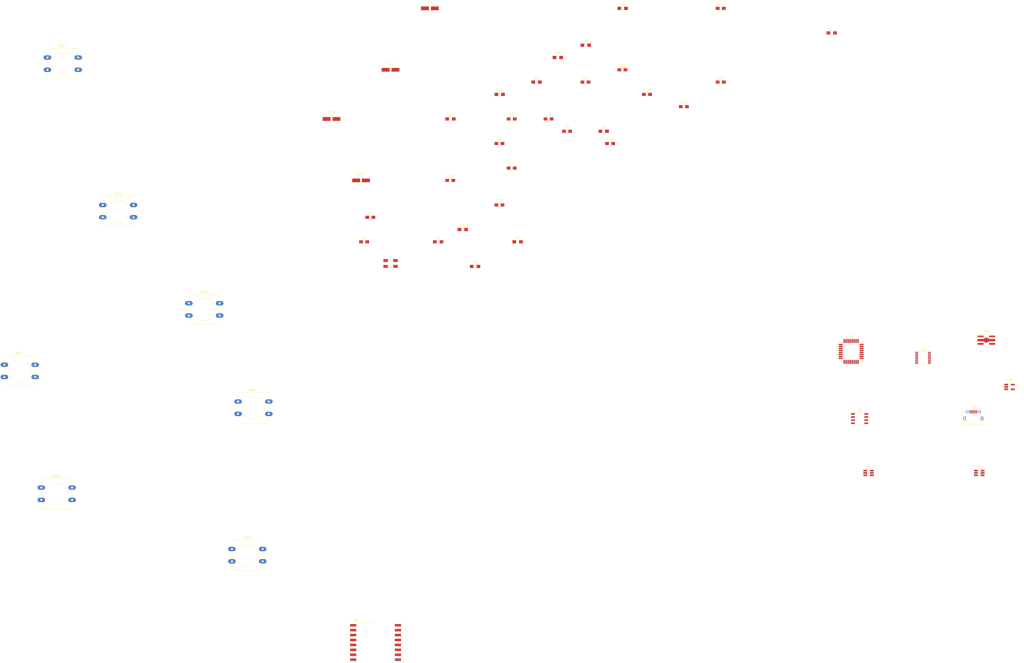
<source format=kicad_pcb>
(kicad_pcb (version 4) (host pcbnew 4.0.7)

  (general
    (links 148)
    (no_connects 148)
    (area -226.995001 -63.525 189.635715 206.475001)
    (thickness 1.6)
    (drawings 0)
    (tracks 0)
    (zones 0)
    (modules 49)
    (nets 56)
  )

  (page A4)
  (layers
    (0 F.Cu signal)
    (31 B.Cu signal)
    (32 B.Adhes user)
    (33 F.Adhes user)
    (34 B.Paste user)
    (35 F.Paste user)
    (36 B.SilkS user)
    (37 F.SilkS user)
    (38 B.Mask user)
    (39 F.Mask user)
    (40 Dwgs.User user)
    (41 Cmts.User user)
    (42 Eco1.User user)
    (43 Eco2.User user)
    (44 Edge.Cuts user)
    (45 Margin user)
    (46 B.CrtYd user)
    (47 F.CrtYd user)
    (48 B.Fab user)
    (49 F.Fab user)
  )

  (setup
    (last_trace_width 0.25)
    (trace_clearance 0.2)
    (zone_clearance 0.508)
    (zone_45_only no)
    (trace_min 0.2)
    (segment_width 0.2)
    (edge_width 0.15)
    (via_size 0.6)
    (via_drill 0.4)
    (via_min_size 0.4)
    (via_min_drill 0.3)
    (uvia_size 0.3)
    (uvia_drill 0.1)
    (uvias_allowed no)
    (uvia_min_size 0.2)
    (uvia_min_drill 0.1)
    (pcb_text_width 0.3)
    (pcb_text_size 1.5 1.5)
    (mod_edge_width 0.15)
    (mod_text_size 1 1)
    (mod_text_width 0.15)
    (pad_size 1.524 1.524)
    (pad_drill 0.762)
    (pad_to_mask_clearance 0.2)
    (aux_axis_origin 0 0)
    (visible_elements 7FFFFFFF)
    (pcbplotparams
      (layerselection 0x00030_80000001)
      (usegerberextensions false)
      (excludeedgelayer true)
      (linewidth 0.100000)
      (plotframeref false)
      (viasonmask false)
      (mode 1)
      (useauxorigin false)
      (hpglpennumber 1)
      (hpglpenspeed 20)
      (hpglpendiameter 15)
      (hpglpenoverlay 2)
      (psnegative false)
      (psa4output false)
      (plotreference true)
      (plotvalue true)
      (plotinvisibletext false)
      (padsonsilk false)
      (subtractmaskfromsilk false)
      (outputformat 1)
      (mirror false)
      (drillshape 1)
      (scaleselection 1)
      (outputdirectory ""))
  )

  (net 0 "")
  (net 1 /USB_Serial/USB_5V)
  (net 2 /USB_Serial/USB_D-)
  (net 3 /USB_Serial/USB_D+)
  (net 4 "Net-(J2-Pad4)")
  (net 5 GND)
  (net 6 "Net-(C8-Pad1)")
  (net 7 /FRAM_CS)
  (net 8 /MISO)
  (net 9 3V3_LP)
  (net 10 /MOSI)
  (net 11 /SCK)
  (net 12 /BTN_PWR)
  (net 13 /BTN_UP)
  (net 14 "Net-(C4-Pad1)")
  (net 15 /BTN_RIGHT)
  (net 16 /BTN_MID)
  (net 17 /3V3_EN)
  (net 18 "Net-(R3-Pad1)")
  (net 19 /RADIO_CS)
  (net 20 "Net-(U3-Pad19)")
  (net 21 "Net-(U3-Pad22)")
  (net 22 /BATT_VOLT)
  (net 23 /BTN_BACK)
  (net 24 /BTN_LEFT)
  (net 25 /BTN_DWN)
  (net 26 /SDA)
  (net 27 /SCL)
  (net 28 /UC_RESET)
  (net 29 /UC_RX)
  (net 30 /UC_TX)
  (net 31 /DIO0)
  (net 32 /USB_Serial/TX_OUT)
  (net 33 "Net-(C12-Pad2)")
  (net 34 /USB_Serial/UART_3V3)
  (net 35 /USB_Serial/RX_IN)
  (net 36 "Net-(U5-Pad6)")
  (net 37 "Net-(U5-Pad7)")
  (net 38 "Net-(U5-Pad14)")
  (net 39 "Net-(U5-Pad15)")
  (net 40 "Net-(U5-Pad16)")
  (net 41 +BATT)
  (net 42 "Net-(U8-Pad4)")
  (net 43 "Net-(U8-Pad5)")
  (net 44 3V3_HP)
  (net 45 "Net-(U9-Pad3)")
  (net 46 "Net-(D1-Pad2)")
  (net 47 "Net-(C5-Pad1)")
  (net 48 "Net-(U4-Pad16)")
  (net 49 "Net-(AE1-Pad1)")
  (net 50 "Net-(U4-Pad7)")
  (net 51 "Net-(U4-Pad6)")
  (net 52 "Net-(U4-Pad5)")
  (net 53 "Net-(U4-Pad4)")
  (net 54 "Net-(U4-Pad3)")
  (net 55 "Net-(U4-Pad1)")

  (net_class Default "This is the default net class."
    (clearance 0.2)
    (trace_width 0.25)
    (via_dia 0.6)
    (via_drill 0.4)
    (uvia_dia 0.3)
    (uvia_drill 0.1)
    (add_net +BATT)
    (add_net /3V3_EN)
    (add_net /BATT_VOLT)
    (add_net /BTN_BACK)
    (add_net /BTN_DWN)
    (add_net /BTN_LEFT)
    (add_net /BTN_MID)
    (add_net /BTN_PWR)
    (add_net /BTN_RIGHT)
    (add_net /BTN_UP)
    (add_net /DIO0)
    (add_net /FRAM_CS)
    (add_net /MISO)
    (add_net /MOSI)
    (add_net /RADIO_CS)
    (add_net /SCK)
    (add_net /SCL)
    (add_net /SDA)
    (add_net /UC_RESET)
    (add_net /UC_RX)
    (add_net /UC_TX)
    (add_net /USB_Serial/RX_IN)
    (add_net /USB_Serial/TX_OUT)
    (add_net /USB_Serial/UART_3V3)
    (add_net /USB_Serial/USB_5V)
    (add_net /USB_Serial/USB_D+)
    (add_net /USB_Serial/USB_D-)
    (add_net 3V3_HP)
    (add_net 3V3_LP)
    (add_net GND)
    (add_net "Net-(AE1-Pad1)")
    (add_net "Net-(C12-Pad2)")
    (add_net "Net-(C4-Pad1)")
    (add_net "Net-(C5-Pad1)")
    (add_net "Net-(C8-Pad1)")
    (add_net "Net-(D1-Pad2)")
    (add_net "Net-(J2-Pad4)")
    (add_net "Net-(R3-Pad1)")
    (add_net "Net-(U3-Pad19)")
    (add_net "Net-(U3-Pad22)")
    (add_net "Net-(U4-Pad1)")
    (add_net "Net-(U4-Pad16)")
    (add_net "Net-(U4-Pad3)")
    (add_net "Net-(U4-Pad4)")
    (add_net "Net-(U4-Pad5)")
    (add_net "Net-(U4-Pad6)")
    (add_net "Net-(U4-Pad7)")
    (add_net "Net-(U5-Pad14)")
    (add_net "Net-(U5-Pad15)")
    (add_net "Net-(U5-Pad16)")
    (add_net "Net-(U5-Pad6)")
    (add_net "Net-(U5-Pad7)")
    (add_net "Net-(U8-Pad4)")
    (add_net "Net-(U8-Pad5)")
    (add_net "Net-(U9-Pad3)")
  )

  (module Connectors:USB_Micro-B (layer F.Cu) (tedit 5543E447) (tstamp 5B54E932)
    (at 168.95 105.49)
    (descr "Micro USB Type B Receptacle")
    (tags "USB USB_B USB_micro USB_OTG")
    (path /5B4ECC68/5B4ED6CC)
    (attr smd)
    (fp_text reference J2 (at 0 -3.24) (layer F.SilkS)
      (effects (font (size 1 1) (thickness 0.15)))
    )
    (fp_text value USB_OTG (at 0 5.01) (layer F.Fab)
      (effects (font (size 1 1) (thickness 0.15)))
    )
    (fp_line (start -4.6 -2.59) (end 4.6 -2.59) (layer F.CrtYd) (width 0.05))
    (fp_line (start 4.6 -2.59) (end 4.6 4.26) (layer F.CrtYd) (width 0.05))
    (fp_line (start 4.6 4.26) (end -4.6 4.26) (layer F.CrtYd) (width 0.05))
    (fp_line (start -4.6 4.26) (end -4.6 -2.59) (layer F.CrtYd) (width 0.05))
    (fp_line (start -4.35 4.03) (end 4.35 4.03) (layer F.SilkS) (width 0.12))
    (fp_line (start -4.35 -2.38) (end 4.35 -2.38) (layer F.SilkS) (width 0.12))
    (fp_line (start 4.35 -2.38) (end 4.35 4.03) (layer F.SilkS) (width 0.12))
    (fp_line (start 4.35 2.8) (end -4.35 2.8) (layer F.SilkS) (width 0.12))
    (fp_line (start -4.35 4.03) (end -4.35 -2.38) (layer F.SilkS) (width 0.12))
    (pad 1 smd rect (at -1.3 -1.35 90) (size 1.35 0.4) (layers F.Cu F.Paste F.Mask)
      (net 1 /USB_Serial/USB_5V))
    (pad 2 smd rect (at -0.65 -1.35 90) (size 1.35 0.4) (layers F.Cu F.Paste F.Mask)
      (net 2 /USB_Serial/USB_D-))
    (pad 3 smd rect (at 0 -1.35 90) (size 1.35 0.4) (layers F.Cu F.Paste F.Mask)
      (net 3 /USB_Serial/USB_D+))
    (pad 4 smd rect (at 0.65 -1.35 90) (size 1.35 0.4) (layers F.Cu F.Paste F.Mask)
      (net 4 "Net-(J2-Pad4)"))
    (pad 5 smd rect (at 1.3 -1.35 90) (size 1.35 0.4) (layers F.Cu F.Paste F.Mask)
      (net 5 GND))
    (pad 6 thru_hole oval (at -2.5 -1.35 90) (size 0.95 1.25) (drill oval 0.55 0.85) (layers *.Cu *.Mask)
      (net 6 "Net-(C8-Pad1)"))
    (pad 6 thru_hole oval (at 2.5 -1.35 90) (size 0.95 1.25) (drill oval 0.55 0.85) (layers *.Cu *.Mask)
      (net 6 "Net-(C8-Pad1)"))
    (pad 6 thru_hole oval (at -3.5 1.35 90) (size 1.55 1) (drill oval 1.15 0.5) (layers *.Cu *.Mask)
      (net 6 "Net-(C8-Pad1)"))
    (pad 6 thru_hole oval (at 3.5 1.35 90) (size 1.55 1) (drill oval 1.15 0.5) (layers *.Cu *.Mask)
      (net 6 "Net-(C8-Pad1)"))
  )

  (module Housings_SOIC:SOIC-8_3.9x4.9mm_Pitch1.27mm (layer F.Cu) (tedit 58CD0CDA) (tstamp 5B54E93E)
    (at 122.7 106.905)
    (descr "8-Lead Plastic Small Outline (SN) - Narrow, 3.90 mm Body [SOIC] (see Microchip Packaging Specification 00000049BS.pdf)")
    (tags "SOIC 1.27")
    (path /5B4849EF)
    (attr smd)
    (fp_text reference U2 (at 0 -3.5) (layer F.SilkS)
      (effects (font (size 1 1) (thickness 0.15)))
    )
    (fp_text value MB85RS64V (at 0 3.5) (layer F.Fab)
      (effects (font (size 1 1) (thickness 0.15)))
    )
    (fp_text user %R (at 0 0) (layer F.Fab)
      (effects (font (size 1 1) (thickness 0.15)))
    )
    (fp_line (start -0.95 -2.45) (end 1.95 -2.45) (layer F.Fab) (width 0.1))
    (fp_line (start 1.95 -2.45) (end 1.95 2.45) (layer F.Fab) (width 0.1))
    (fp_line (start 1.95 2.45) (end -1.95 2.45) (layer F.Fab) (width 0.1))
    (fp_line (start -1.95 2.45) (end -1.95 -1.45) (layer F.Fab) (width 0.1))
    (fp_line (start -1.95 -1.45) (end -0.95 -2.45) (layer F.Fab) (width 0.1))
    (fp_line (start -3.73 -2.7) (end -3.73 2.7) (layer F.CrtYd) (width 0.05))
    (fp_line (start 3.73 -2.7) (end 3.73 2.7) (layer F.CrtYd) (width 0.05))
    (fp_line (start -3.73 -2.7) (end 3.73 -2.7) (layer F.CrtYd) (width 0.05))
    (fp_line (start -3.73 2.7) (end 3.73 2.7) (layer F.CrtYd) (width 0.05))
    (fp_line (start -2.075 -2.575) (end -2.075 -2.525) (layer F.SilkS) (width 0.15))
    (fp_line (start 2.075 -2.575) (end 2.075 -2.43) (layer F.SilkS) (width 0.15))
    (fp_line (start 2.075 2.575) (end 2.075 2.43) (layer F.SilkS) (width 0.15))
    (fp_line (start -2.075 2.575) (end -2.075 2.43) (layer F.SilkS) (width 0.15))
    (fp_line (start -2.075 -2.575) (end 2.075 -2.575) (layer F.SilkS) (width 0.15))
    (fp_line (start -2.075 2.575) (end 2.075 2.575) (layer F.SilkS) (width 0.15))
    (fp_line (start -2.075 -2.525) (end -3.475 -2.525) (layer F.SilkS) (width 0.15))
    (pad 1 smd rect (at -2.7 -1.905) (size 1.55 0.6) (layers F.Cu F.Paste F.Mask)
      (net 7 /FRAM_CS))
    (pad 2 smd rect (at -2.7 -0.635) (size 1.55 0.6) (layers F.Cu F.Paste F.Mask)
      (net 8 /MISO))
    (pad 3 smd rect (at -2.7 0.635) (size 1.55 0.6) (layers F.Cu F.Paste F.Mask)
      (net 9 3V3_LP))
    (pad 4 smd rect (at -2.7 1.905) (size 1.55 0.6) (layers F.Cu F.Paste F.Mask)
      (net 5 GND))
    (pad 5 smd rect (at 2.7 1.905) (size 1.55 0.6) (layers F.Cu F.Paste F.Mask)
      (net 10 /MOSI))
    (pad 6 smd rect (at 2.7 0.635) (size 1.55 0.6) (layers F.Cu F.Paste F.Mask)
      (net 11 /SCK))
    (pad 7 smd rect (at 2.7 -0.635) (size 1.55 0.6) (layers F.Cu F.Paste F.Mask)
      (net 9 3V3_LP))
    (pad 8 smd rect (at 2.7 -1.905) (size 1.55 0.6) (layers F.Cu F.Paste F.Mask)
      (net 9 3V3_LP))
    (model ${KISYS3DMOD}/Housings_SOIC.3dshapes/SOIC-8_3.9x4.9mm_Pitch1.27mm.wrl
      (at (xyz 0 0 0))
      (scale (xyz 1 1 1))
      (rotate (xyz 0 0 0))
    )
  )

  (module Housings_QFP:TQFP-32_7x7mm_Pitch0.8mm (layer F.Cu) (tedit 58CC9A48) (tstamp 5B54E962)
    (at 119.25 79.6)
    (descr "32-Lead Plastic Thin Quad Flatpack (PT) - 7x7x1.0 mm Body, 2.00 mm [TQFP] (see Microchip Packaging Specification 00000049BS.pdf)")
    (tags "QFP 0.8")
    (path /5B45ACA4)
    (attr smd)
    (fp_text reference U3 (at 0 -6.05) (layer F.SilkS)
      (effects (font (size 1 1) (thickness 0.15)))
    )
    (fp_text value ATMEGA328P-AU (at 0 6.05) (layer F.Fab)
      (effects (font (size 1 1) (thickness 0.15)))
    )
    (fp_text user %R (at 0 0) (layer F.Fab)
      (effects (font (size 1 1) (thickness 0.15)))
    )
    (fp_line (start -2.5 -3.5) (end 3.5 -3.5) (layer F.Fab) (width 0.15))
    (fp_line (start 3.5 -3.5) (end 3.5 3.5) (layer F.Fab) (width 0.15))
    (fp_line (start 3.5 3.5) (end -3.5 3.5) (layer F.Fab) (width 0.15))
    (fp_line (start -3.5 3.5) (end -3.5 -2.5) (layer F.Fab) (width 0.15))
    (fp_line (start -3.5 -2.5) (end -2.5 -3.5) (layer F.Fab) (width 0.15))
    (fp_line (start -5.3 -5.3) (end -5.3 5.3) (layer F.CrtYd) (width 0.05))
    (fp_line (start 5.3 -5.3) (end 5.3 5.3) (layer F.CrtYd) (width 0.05))
    (fp_line (start -5.3 -5.3) (end 5.3 -5.3) (layer F.CrtYd) (width 0.05))
    (fp_line (start -5.3 5.3) (end 5.3 5.3) (layer F.CrtYd) (width 0.05))
    (fp_line (start -3.625 -3.625) (end -3.625 -3.4) (layer F.SilkS) (width 0.15))
    (fp_line (start 3.625 -3.625) (end 3.625 -3.3) (layer F.SilkS) (width 0.15))
    (fp_line (start 3.625 3.625) (end 3.625 3.3) (layer F.SilkS) (width 0.15))
    (fp_line (start -3.625 3.625) (end -3.625 3.3) (layer F.SilkS) (width 0.15))
    (fp_line (start -3.625 -3.625) (end -3.3 -3.625) (layer F.SilkS) (width 0.15))
    (fp_line (start -3.625 3.625) (end -3.3 3.625) (layer F.SilkS) (width 0.15))
    (fp_line (start 3.625 3.625) (end 3.3 3.625) (layer F.SilkS) (width 0.15))
    (fp_line (start 3.625 -3.625) (end 3.3 -3.625) (layer F.SilkS) (width 0.15))
    (fp_line (start -3.625 -3.4) (end -5.05 -3.4) (layer F.SilkS) (width 0.15))
    (pad 1 smd rect (at -4.25 -2.8) (size 1.6 0.55) (layers F.Cu F.Paste F.Mask)
      (net 12 /BTN_PWR))
    (pad 2 smd rect (at -4.25 -2) (size 1.6 0.55) (layers F.Cu F.Paste F.Mask)
      (net 13 /BTN_UP))
    (pad 3 smd rect (at -4.25 -1.2) (size 1.6 0.55) (layers F.Cu F.Paste F.Mask)
      (net 5 GND))
    (pad 4 smd rect (at -4.25 -0.4) (size 1.6 0.55) (layers F.Cu F.Paste F.Mask)
      (net 9 3V3_LP))
    (pad 5 smd rect (at -4.25 0.4) (size 1.6 0.55) (layers F.Cu F.Paste F.Mask)
      (net 5 GND))
    (pad 6 smd rect (at -4.25 1.2) (size 1.6 0.55) (layers F.Cu F.Paste F.Mask)
      (net 9 3V3_LP))
    (pad 7 smd rect (at -4.25 2) (size 1.6 0.55) (layers F.Cu F.Paste F.Mask)
      (net 14 "Net-(C4-Pad1)"))
    (pad 8 smd rect (at -4.25 2.8) (size 1.6 0.55) (layers F.Cu F.Paste F.Mask)
      (net 47 "Net-(C5-Pad1)"))
    (pad 9 smd rect (at -2.8 4.25 90) (size 1.6 0.55) (layers F.Cu F.Paste F.Mask)
      (net 15 /BTN_RIGHT))
    (pad 10 smd rect (at -2 4.25 90) (size 1.6 0.55) (layers F.Cu F.Paste F.Mask)
      (net 16 /BTN_MID))
    (pad 11 smd rect (at -1.2 4.25 90) (size 1.6 0.55) (layers F.Cu F.Paste F.Mask)
      (net 7 /FRAM_CS))
    (pad 12 smd rect (at -0.4 4.25 90) (size 1.6 0.55) (layers F.Cu F.Paste F.Mask)
      (net 17 /3V3_EN))
    (pad 13 smd rect (at 0.4 4.25 90) (size 1.6 0.55) (layers F.Cu F.Paste F.Mask)
      (net 18 "Net-(R3-Pad1)"))
    (pad 14 smd rect (at 1.2 4.25 90) (size 1.6 0.55) (layers F.Cu F.Paste F.Mask)
      (net 19 /RADIO_CS))
    (pad 15 smd rect (at 2 4.25 90) (size 1.6 0.55) (layers F.Cu F.Paste F.Mask)
      (net 10 /MOSI))
    (pad 16 smd rect (at 2.8 4.25 90) (size 1.6 0.55) (layers F.Cu F.Paste F.Mask)
      (net 8 /MISO))
    (pad 17 smd rect (at 4.25 2.8) (size 1.6 0.55) (layers F.Cu F.Paste F.Mask)
      (net 11 /SCK))
    (pad 18 smd rect (at 4.25 2) (size 1.6 0.55) (layers F.Cu F.Paste F.Mask)
      (net 9 3V3_LP))
    (pad 19 smd rect (at 4.25 1.2) (size 1.6 0.55) (layers F.Cu F.Paste F.Mask)
      (net 20 "Net-(U3-Pad19)"))
    (pad 20 smd rect (at 4.25 0.4) (size 1.6 0.55) (layers F.Cu F.Paste F.Mask)
      (net 9 3V3_LP))
    (pad 21 smd rect (at 4.25 -0.4) (size 1.6 0.55) (layers F.Cu F.Paste F.Mask)
      (net 5 GND))
    (pad 22 smd rect (at 4.25 -1.2) (size 1.6 0.55) (layers F.Cu F.Paste F.Mask)
      (net 21 "Net-(U3-Pad22)"))
    (pad 23 smd rect (at 4.25 -2) (size 1.6 0.55) (layers F.Cu F.Paste F.Mask)
      (net 22 /BATT_VOLT))
    (pad 24 smd rect (at 4.25 -2.8) (size 1.6 0.55) (layers F.Cu F.Paste F.Mask)
      (net 23 /BTN_BACK))
    (pad 25 smd rect (at 2.8 -4.25 90) (size 1.6 0.55) (layers F.Cu F.Paste F.Mask)
      (net 24 /BTN_LEFT))
    (pad 26 smd rect (at 2 -4.25 90) (size 1.6 0.55) (layers F.Cu F.Paste F.Mask)
      (net 25 /BTN_DWN))
    (pad 27 smd rect (at 1.2 -4.25 90) (size 1.6 0.55) (layers F.Cu F.Paste F.Mask)
      (net 26 /SDA))
    (pad 28 smd rect (at 0.4 -4.25 90) (size 1.6 0.55) (layers F.Cu F.Paste F.Mask)
      (net 27 /SCL))
    (pad 29 smd rect (at -0.4 -4.25 90) (size 1.6 0.55) (layers F.Cu F.Paste F.Mask)
      (net 28 /UC_RESET))
    (pad 30 smd rect (at -1.2 -4.25 90) (size 1.6 0.55) (layers F.Cu F.Paste F.Mask)
      (net 29 /UC_RX))
    (pad 31 smd rect (at -2 -4.25 90) (size 1.6 0.55) (layers F.Cu F.Paste F.Mask)
      (net 30 /UC_TX))
    (pad 32 smd rect (at -2.8 -4.25 90) (size 1.6 0.55) (layers F.Cu F.Paste F.Mask)
      (net 31 /DIO0))
    (model ${KISYS3DMOD}/Housings_QFP.3dshapes/TQFP-32_7x7mm_Pitch0.8mm.wrl
      (at (xyz 0 0 0))
      (scale (xyz 1 1 1))
      (rotate (xyz 0 0 0))
    )
  )

  (module Housings_SSOP:SSOP-16_3.9x4.9mm_Pitch0.635mm (layer F.Cu) (tedit 54130A77) (tstamp 5B54E976)
    (at 148.5011 82.2225)
    (descr "SSOP16: plastic shrink small outline package; 16 leads; body width 3.9 mm; lead pitch 0.635; (see NXP SSOP-TSSOP-VSO-REFLOW.pdf and sot519-1_po.pdf)")
    (tags "SSOP 0.635")
    (path /5B4ECC68/5B4ED1F6)
    (attr smd)
    (fp_text reference U5 (at 0 -3.5) (layer F.SilkS)
      (effects (font (size 1 1) (thickness 0.15)))
    )
    (fp_text value FT230X (at 0 3.5) (layer F.Fab)
      (effects (font (size 1 1) (thickness 0.15)))
    )
    (fp_line (start -0.95 -2.45) (end 1.95 -2.45) (layer F.Fab) (width 0.15))
    (fp_line (start 1.95 -2.45) (end 1.95 2.45) (layer F.Fab) (width 0.15))
    (fp_line (start 1.95 2.45) (end -1.95 2.45) (layer F.Fab) (width 0.15))
    (fp_line (start -1.95 2.45) (end -1.95 -1.45) (layer F.Fab) (width 0.15))
    (fp_line (start -1.95 -1.45) (end -0.95 -2.45) (layer F.Fab) (width 0.15))
    (fp_line (start -3.45 -2.85) (end -3.45 2.8) (layer F.CrtYd) (width 0.05))
    (fp_line (start 3.45 -2.85) (end 3.45 2.8) (layer F.CrtYd) (width 0.05))
    (fp_line (start -3.45 -2.85) (end 3.45 -2.85) (layer F.CrtYd) (width 0.05))
    (fp_line (start -3.45 2.8) (end 3.45 2.8) (layer F.CrtYd) (width 0.05))
    (fp_line (start -2 2.675) (end 2 2.675) (layer F.SilkS) (width 0.15))
    (fp_line (start -3.275 -2.725) (end 2 -2.725) (layer F.SilkS) (width 0.15))
    (fp_text user %R (at 0 0) (layer F.Fab)
      (effects (font (size 0.8 0.8) (thickness 0.15)))
    )
    (pad 1 smd rect (at -2.6 -2.2225) (size 1.2 0.4) (layers F.Cu F.Paste F.Mask)
      (net 32 /USB_Serial/TX_OUT))
    (pad 2 smd rect (at -2.6 -1.5875) (size 1.2 0.4) (layers F.Cu F.Paste F.Mask)
      (net 33 "Net-(C12-Pad2)"))
    (pad 3 smd rect (at -2.6 -0.9525) (size 1.2 0.4) (layers F.Cu F.Paste F.Mask)
      (net 34 /USB_Serial/UART_3V3))
    (pad 4 smd rect (at -2.6 -0.3175) (size 1.2 0.4) (layers F.Cu F.Paste F.Mask)
      (net 35 /USB_Serial/RX_IN))
    (pad 5 smd rect (at -2.6 0.3175) (size 1.2 0.4) (layers F.Cu F.Paste F.Mask)
      (net 5 GND))
    (pad 6 smd rect (at -2.6 0.9525) (size 1.2 0.4) (layers F.Cu F.Paste F.Mask)
      (net 36 "Net-(U5-Pad6)"))
    (pad 7 smd rect (at -2.6 1.5875) (size 1.2 0.4) (layers F.Cu F.Paste F.Mask)
      (net 37 "Net-(U5-Pad7)"))
    (pad 8 smd rect (at -2.6 2.2225) (size 1.2 0.4) (layers F.Cu F.Paste F.Mask)
      (net 3 /USB_Serial/USB_D+))
    (pad 9 smd rect (at 2.6 2.2225) (size 1.2 0.4) (layers F.Cu F.Paste F.Mask)
      (net 2 /USB_Serial/USB_D-))
    (pad 10 smd rect (at 2.6 1.5875) (size 1.2 0.4) (layers F.Cu F.Paste F.Mask)
      (net 34 /USB_Serial/UART_3V3))
    (pad 11 smd rect (at 2.6 0.9525) (size 1.2 0.4) (layers F.Cu F.Paste F.Mask)
      (net 34 /USB_Serial/UART_3V3))
    (pad 12 smd rect (at 2.6 0.3175) (size 1.2 0.4) (layers F.Cu F.Paste F.Mask)
      (net 1 /USB_Serial/USB_5V))
    (pad 13 smd rect (at 2.6 -0.3175) (size 1.2 0.4) (layers F.Cu F.Paste F.Mask)
      (net 5 GND))
    (pad 14 smd rect (at 2.6 -0.9525) (size 1.2 0.4) (layers F.Cu F.Paste F.Mask)
      (net 38 "Net-(U5-Pad14)"))
    (pad 15 smd rect (at 2.6 -1.5875) (size 1.2 0.4) (layers F.Cu F.Paste F.Mask)
      (net 39 "Net-(U5-Pad15)"))
    (pad 16 smd rect (at 2.6 -2.2225) (size 1.2 0.4) (layers F.Cu F.Paste F.Mask)
      (net 40 "Net-(U5-Pad16)"))
    (model ${KISYS3DMOD}/Housings_SSOP.3dshapes/SSOP-16_3.9x4.9mm_Pitch0.635mm.wrl
      (at (xyz 0 0 0))
      (scale (xyz 1 1 1))
      (rotate (xyz 0 0 0))
    )
  )

  (module TO_SOT_Packages_SMD:SOT-23-6_Handsoldering (layer F.Cu) (tedit 58CE4E7E) (tstamp 5B54E980)
    (at 171.35 129.05)
    (descr "6-pin SOT-23 package, Handsoldering")
    (tags "SOT-23-6 Handsoldering")
    (path /5B4ECC68/5B4EEADB)
    (attr smd)
    (fp_text reference U6 (at 0 -2.9) (layer F.SilkS)
      (effects (font (size 1 1) (thickness 0.15)))
    )
    (fp_text value SN74LVC1T45DBVR (at 0 2.9) (layer F.Fab)
      (effects (font (size 1 1) (thickness 0.15)))
    )
    (fp_text user %R (at 0 0 90) (layer F.Fab)
      (effects (font (size 0.5 0.5) (thickness 0.075)))
    )
    (fp_line (start -0.9 1.61) (end 0.9 1.61) (layer F.SilkS) (width 0.12))
    (fp_line (start 0.9 -1.61) (end -2.05 -1.61) (layer F.SilkS) (width 0.12))
    (fp_line (start -2.4 1.8) (end -2.4 -1.8) (layer F.CrtYd) (width 0.05))
    (fp_line (start 2.4 1.8) (end -2.4 1.8) (layer F.CrtYd) (width 0.05))
    (fp_line (start 2.4 -1.8) (end 2.4 1.8) (layer F.CrtYd) (width 0.05))
    (fp_line (start -2.4 -1.8) (end 2.4 -1.8) (layer F.CrtYd) (width 0.05))
    (fp_line (start -0.9 -0.9) (end -0.25 -1.55) (layer F.Fab) (width 0.1))
    (fp_line (start 0.9 -1.55) (end -0.25 -1.55) (layer F.Fab) (width 0.1))
    (fp_line (start -0.9 -0.9) (end -0.9 1.55) (layer F.Fab) (width 0.1))
    (fp_line (start 0.9 1.55) (end -0.9 1.55) (layer F.Fab) (width 0.1))
    (fp_line (start 0.9 -1.55) (end 0.9 1.55) (layer F.Fab) (width 0.1))
    (pad 1 smd rect (at -1.35 -0.95) (size 1.56 0.65) (layers F.Cu F.Paste F.Mask)
      (net 34 /USB_Serial/UART_3V3))
    (pad 2 smd rect (at -1.35 0) (size 1.56 0.65) (layers F.Cu F.Paste F.Mask)
      (net 5 GND))
    (pad 3 smd rect (at -1.35 0.95) (size 1.56 0.65) (layers F.Cu F.Paste F.Mask)
      (net 35 /USB_Serial/RX_IN))
    (pad 4 smd rect (at 1.35 0.95) (size 1.56 0.65) (layers F.Cu F.Paste F.Mask)
      (net 30 /UC_TX))
    (pad 6 smd rect (at 1.35 -0.95) (size 1.56 0.65) (layers F.Cu F.Paste F.Mask)
      (net 9 3V3_LP))
    (pad 5 smd rect (at 1.35 0) (size 1.56 0.65) (layers F.Cu F.Paste F.Mask)
      (net 5 GND))
    (model ${KISYS3DMOD}/TO_SOT_Packages_SMD.3dshapes/SOT-23-6.wrl
      (at (xyz 0 0 0))
      (scale (xyz 1 1 1))
      (rotate (xyz 0 0 0))
    )
  )

  (module TO_SOT_Packages_SMD:SOT-23-6_Handsoldering (layer F.Cu) (tedit 58CE4E7E) (tstamp 5B54E98A)
    (at 126.35 129.05)
    (descr "6-pin SOT-23 package, Handsoldering")
    (tags "SOT-23-6 Handsoldering")
    (path /5B4ECC68/5B4EF736)
    (attr smd)
    (fp_text reference U7 (at 0 -2.9) (layer F.SilkS)
      (effects (font (size 1 1) (thickness 0.15)))
    )
    (fp_text value SN74LVC1T45DBVR (at 0 2.9) (layer F.Fab)
      (effects (font (size 1 1) (thickness 0.15)))
    )
    (fp_text user %R (at 0 0 90) (layer F.Fab)
      (effects (font (size 0.5 0.5) (thickness 0.075)))
    )
    (fp_line (start -0.9 1.61) (end 0.9 1.61) (layer F.SilkS) (width 0.12))
    (fp_line (start 0.9 -1.61) (end -2.05 -1.61) (layer F.SilkS) (width 0.12))
    (fp_line (start -2.4 1.8) (end -2.4 -1.8) (layer F.CrtYd) (width 0.05))
    (fp_line (start 2.4 1.8) (end -2.4 1.8) (layer F.CrtYd) (width 0.05))
    (fp_line (start 2.4 -1.8) (end 2.4 1.8) (layer F.CrtYd) (width 0.05))
    (fp_line (start -2.4 -1.8) (end 2.4 -1.8) (layer F.CrtYd) (width 0.05))
    (fp_line (start -0.9 -0.9) (end -0.25 -1.55) (layer F.Fab) (width 0.1))
    (fp_line (start 0.9 -1.55) (end -0.25 -1.55) (layer F.Fab) (width 0.1))
    (fp_line (start -0.9 -0.9) (end -0.9 1.55) (layer F.Fab) (width 0.1))
    (fp_line (start 0.9 1.55) (end -0.9 1.55) (layer F.Fab) (width 0.1))
    (fp_line (start 0.9 -1.55) (end 0.9 1.55) (layer F.Fab) (width 0.1))
    (pad 1 smd rect (at -1.35 -0.95) (size 1.56 0.65) (layers F.Cu F.Paste F.Mask)
      (net 34 /USB_Serial/UART_3V3))
    (pad 2 smd rect (at -1.35 0) (size 1.56 0.65) (layers F.Cu F.Paste F.Mask)
      (net 5 GND))
    (pad 3 smd rect (at -1.35 0.95) (size 1.56 0.65) (layers F.Cu F.Paste F.Mask)
      (net 29 /UC_RX))
    (pad 4 smd rect (at 1.35 0.95) (size 1.56 0.65) (layers F.Cu F.Paste F.Mask)
      (net 32 /USB_Serial/TX_OUT))
    (pad 6 smd rect (at 1.35 -0.95) (size 1.56 0.65) (layers F.Cu F.Paste F.Mask)
      (net 9 3V3_LP))
    (pad 5 smd rect (at 1.35 0) (size 1.56 0.65) (layers F.Cu F.Paste F.Mask)
      (net 5 GND))
    (model ${KISYS3DMOD}/TO_SOT_Packages_SMD.3dshapes/SOT-23-6.wrl
      (at (xyz 0 0 0))
      (scale (xyz 1 1 1))
      (rotate (xyz 0 0 0))
    )
  )

  (module TO_SOT_Packages_SMD:SOT-23-5_HandSoldering (layer F.Cu) (tedit 58CE4E7E) (tstamp 5B54E993)
    (at 183.65 94.05)
    (descr "5-pin SOT23 package")
    (tags "SOT-23-5 hand-soldering")
    (path /5B54CE3F/5B54D602)
    (attr smd)
    (fp_text reference U8 (at 0 -2.9) (layer F.SilkS)
      (effects (font (size 1 1) (thickness 0.15)))
    )
    (fp_text value MC78LC33NTRG (at 0 2.9) (layer F.Fab)
      (effects (font (size 1 1) (thickness 0.15)))
    )
    (fp_text user %R (at 0 0 90) (layer F.Fab)
      (effects (font (size 0.5 0.5) (thickness 0.075)))
    )
    (fp_line (start -0.9 1.61) (end 0.9 1.61) (layer F.SilkS) (width 0.12))
    (fp_line (start 0.9 -1.61) (end -1.55 -1.61) (layer F.SilkS) (width 0.12))
    (fp_line (start -0.9 -0.9) (end -0.25 -1.55) (layer F.Fab) (width 0.1))
    (fp_line (start 0.9 -1.55) (end -0.25 -1.55) (layer F.Fab) (width 0.1))
    (fp_line (start -0.9 -0.9) (end -0.9 1.55) (layer F.Fab) (width 0.1))
    (fp_line (start 0.9 1.55) (end -0.9 1.55) (layer F.Fab) (width 0.1))
    (fp_line (start 0.9 -1.55) (end 0.9 1.55) (layer F.Fab) (width 0.1))
    (fp_line (start -2.38 -1.8) (end 2.38 -1.8) (layer F.CrtYd) (width 0.05))
    (fp_line (start -2.38 -1.8) (end -2.38 1.8) (layer F.CrtYd) (width 0.05))
    (fp_line (start 2.38 1.8) (end 2.38 -1.8) (layer F.CrtYd) (width 0.05))
    (fp_line (start 2.38 1.8) (end -2.38 1.8) (layer F.CrtYd) (width 0.05))
    (pad 1 smd rect (at -1.35 -0.95) (size 1.56 0.65) (layers F.Cu F.Paste F.Mask)
      (net 5 GND))
    (pad 2 smd rect (at -1.35 0) (size 1.56 0.65) (layers F.Cu F.Paste F.Mask)
      (net 41 +BATT))
    (pad 3 smd rect (at -1.35 0.95) (size 1.56 0.65) (layers F.Cu F.Paste F.Mask)
      (net 9 3V3_LP))
    (pad 4 smd rect (at 1.35 0.95) (size 1.56 0.65) (layers F.Cu F.Paste F.Mask)
      (net 42 "Net-(U8-Pad4)"))
    (pad 5 smd rect (at 1.35 -0.95) (size 1.56 0.65) (layers F.Cu F.Paste F.Mask)
      (net 43 "Net-(U8-Pad5)"))
    (model ${KISYS3DMOD}/TO_SOT_Packages_SMD.3dshapes\SOT-23-5.wrl
      (at (xyz 0 0 0))
      (scale (xyz 1 1 1))
      (rotate (xyz 0 0 0))
    )
  )

  (module TO_SOT_Packages_SMD:SOT-89-5_Housing_Handsoldering (layer F.Cu) (tedit 58CE4E7F) (tstamp 5B54E9A0)
    (at 174.22 75)
    (descr "SOT89-5, Housing,http://www.e-devices.ricoh.co.jp/en/products/product_power/pkg/sot-89-5.pdf")
    (tags "SOT89-5 Housing ")
    (path /5B54CE3F/5B54D374)
    (attr smd)
    (fp_text reference U9 (at -0.28 -3.52) (layer F.SilkS)
      (effects (font (size 1 1) (thickness 0.15)))
    )
    (fp_text value XC6227C331PR-G (at -0.28 3.33) (layer F.Fab)
      (effects (font (size 1 1) (thickness 0.15)))
    )
    (fp_text user %R (at 0 0 90) (layer F.Fab)
      (effects (font (size 0.6 0.6) (thickness 0.09)))
    )
    (fp_line (start -3.85 -2.55) (end 3.85 -2.55) (layer F.CrtYd) (width 0.05))
    (fp_line (start -3.85 2.55) (end 3.85 2.55) (layer F.CrtYd) (width 0.05))
    (fp_line (start 1.3 2.4) (end -1.3 2.4) (layer F.SilkS) (width 0.12))
    (fp_line (start -2.6 -2.4) (end 1.3 -2.4) (layer F.SilkS) (width 0.12))
    (fp_line (start -1.29 -1.51) (end -0.5 -2.3) (layer F.Fab) (width 0.1))
    (fp_line (start 1.31 -2.3) (end 1.31 2.3) (layer F.Fab) (width 0.1))
    (fp_line (start 1.31 2.3) (end -1.29 2.3) (layer F.Fab) (width 0.1))
    (fp_line (start -1.29 2.3) (end -1.29 -1.51) (layer F.Fab) (width 0.1))
    (fp_line (start -0.5 -2.3) (end 1.31 -2.3) (layer F.Fab) (width 0.1))
    (fp_line (start 3.85 -2.55) (end 3.85 2.55) (layer F.CrtYd) (width 0.05))
    (fp_line (start -3.85 2.55) (end -3.85 -2.55) (layer F.CrtYd) (width 0.05))
    (pad 2 smd trapezoid (at 0.78 0 270) (size 1.5 0.75) (rect_delta 0 0.5 ) (layers F.Cu F.Paste F.Mask)
      (net 5 GND))
    (pad 5 smd rect (at 2.35 -1.5 270) (size 0.7 2.5) (layers F.Cu F.Paste F.Mask)
      (net 44 3V3_HP))
    (pad 4 smd rect (at 2.35 1.5 270) (size 0.7 2.5) (layers F.Cu F.Paste F.Mask)
      (net 41 +BATT))
    (pad 1 smd rect (at -2.35 -1.5 270) (size 0.7 2.5) (layers F.Cu F.Paste F.Mask)
      (net 17 /3V3_EN))
    (pad 2 smd rect (at -2.35 0 270) (size 1 2.5) (layers F.Cu F.Paste F.Mask)
      (net 5 GND))
    (pad 3 smd rect (at -2.35 1.5 270) (size 0.7 2.5) (layers F.Cu F.Paste F.Mask)
      (net 45 "Net-(U9-Pad3)"))
    (pad 2 smd rect (at 2.35 0 270) (size 1 2.5) (layers F.Cu F.Paste F.Mask)
      (net 5 GND))
    (pad 2 smd trapezoid (at -0.78 0 90) (size 1.5 0.75) (rect_delta 0 0.5 ) (layers F.Cu F.Paste F.Mask)
      (net 5 GND))
    (pad 2 smd rect (at 0 0 270) (size 2 0.8) (layers F.Cu F.Paste F.Mask)
      (net 5 GND))
    (model ${KISYS3DMOD}/TO_SOT_Packages_SMD.3dshapes\SOT89-5_Housing_Handsoldering.wrl
      (at (xyz 0 0 0))
      (scale (xyz 0.39 0.39 0.39))
      (rotate (xyz 0 0 90))
    )
  )

  (module Capacitors_SMD:C_0805_HandSoldering (layer F.Cu) (tedit 58AA84A8) (tstamp 5B54EC98)
    (at 3.75 -10)
    (descr "Capacitor SMD 0805, hand soldering")
    (tags "capacitor 0805")
    (path /5B51B7C9)
    (attr smd)
    (fp_text reference C1 (at 0 -1.75) (layer F.SilkS)
      (effects (font (size 1 1) (thickness 0.15)))
    )
    (fp_text value 0.1uF (at 0 1.75) (layer F.Fab)
      (effects (font (size 1 1) (thickness 0.15)))
    )
    (fp_text user %R (at 0 -1.75) (layer F.Fab)
      (effects (font (size 1 1) (thickness 0.15)))
    )
    (fp_line (start -1 0.62) (end -1 -0.62) (layer F.Fab) (width 0.1))
    (fp_line (start 1 0.62) (end -1 0.62) (layer F.Fab) (width 0.1))
    (fp_line (start 1 -0.62) (end 1 0.62) (layer F.Fab) (width 0.1))
    (fp_line (start -1 -0.62) (end 1 -0.62) (layer F.Fab) (width 0.1))
    (fp_line (start 0.5 -0.85) (end -0.5 -0.85) (layer F.SilkS) (width 0.12))
    (fp_line (start -0.5 0.85) (end 0.5 0.85) (layer F.SilkS) (width 0.12))
    (fp_line (start -2.25 -0.88) (end 2.25 -0.88) (layer F.CrtYd) (width 0.05))
    (fp_line (start -2.25 -0.88) (end -2.25 0.87) (layer F.CrtYd) (width 0.05))
    (fp_line (start 2.25 0.87) (end 2.25 -0.88) (layer F.CrtYd) (width 0.05))
    (fp_line (start 2.25 0.87) (end -2.25 0.87) (layer F.CrtYd) (width 0.05))
    (pad 1 smd rect (at -1.25 0) (size 1.5 1.25) (layers F.Cu F.Paste F.Mask)
      (net 44 3V3_HP))
    (pad 2 smd rect (at 1.25 0) (size 1.5 1.25) (layers F.Cu F.Paste F.Mask)
      (net 5 GND))
    (model Capacitors_SMD.3dshapes/C_0805.wrl
      (at (xyz 0 0 0))
      (scale (xyz 1 1 1))
      (rotate (xyz 0 0 0))
    )
  )

  (module Capacitors_SMD:C_0805_HandSoldering (layer F.Cu) (tedit 58AA84A8) (tstamp 5B54EC9E)
    (at -18.75 -15)
    (descr "Capacitor SMD 0805, hand soldering")
    (tags "capacitor 0805")
    (path /5B4A3032)
    (attr smd)
    (fp_text reference C2 (at 0 -1.75) (layer F.SilkS)
      (effects (font (size 1 1) (thickness 0.15)))
    )
    (fp_text value 0.1uF (at 0 1.75) (layer F.Fab)
      (effects (font (size 1 1) (thickness 0.15)))
    )
    (fp_text user %R (at 0 -1.75) (layer F.Fab)
      (effects (font (size 1 1) (thickness 0.15)))
    )
    (fp_line (start -1 0.62) (end -1 -0.62) (layer F.Fab) (width 0.1))
    (fp_line (start 1 0.62) (end -1 0.62) (layer F.Fab) (width 0.1))
    (fp_line (start 1 -0.62) (end 1 0.62) (layer F.Fab) (width 0.1))
    (fp_line (start -1 -0.62) (end 1 -0.62) (layer F.Fab) (width 0.1))
    (fp_line (start 0.5 -0.85) (end -0.5 -0.85) (layer F.SilkS) (width 0.12))
    (fp_line (start -0.5 0.85) (end 0.5 0.85) (layer F.SilkS) (width 0.12))
    (fp_line (start -2.25 -0.88) (end 2.25 -0.88) (layer F.CrtYd) (width 0.05))
    (fp_line (start -2.25 -0.88) (end -2.25 0.87) (layer F.CrtYd) (width 0.05))
    (fp_line (start 2.25 0.87) (end 2.25 -0.88) (layer F.CrtYd) (width 0.05))
    (fp_line (start 2.25 0.87) (end -2.25 0.87) (layer F.CrtYd) (width 0.05))
    (pad 1 smd rect (at -1.25 0) (size 1.5 1.25) (layers F.Cu F.Paste F.Mask)
      (net 9 3V3_LP))
    (pad 2 smd rect (at 1.25 0) (size 1.5 1.25) (layers F.Cu F.Paste F.Mask)
      (net 5 GND))
    (model Capacitors_SMD.3dshapes/C_0805.wrl
      (at (xyz 0 0 0))
      (scale (xyz 1 1 1))
      (rotate (xyz 0 0 0))
    )
  )

  (module Capacitors_SMD:C_0805_HandSoldering (layer F.Cu) (tedit 58AA84A8) (tstamp 5B54ECA4)
    (at -23.75 -5)
    (descr "Capacitor SMD 0805, hand soldering")
    (tags "capacitor 0805")
    (path /5B51B615)
    (attr smd)
    (fp_text reference C3 (at 0 -1.75) (layer F.SilkS)
      (effects (font (size 1 1) (thickness 0.15)))
    )
    (fp_text value 0.1uF (at 0 1.75) (layer F.Fab)
      (effects (font (size 1 1) (thickness 0.15)))
    )
    (fp_text user %R (at 0 -1.75) (layer F.Fab)
      (effects (font (size 1 1) (thickness 0.15)))
    )
    (fp_line (start -1 0.62) (end -1 -0.62) (layer F.Fab) (width 0.1))
    (fp_line (start 1 0.62) (end -1 0.62) (layer F.Fab) (width 0.1))
    (fp_line (start 1 -0.62) (end 1 0.62) (layer F.Fab) (width 0.1))
    (fp_line (start -1 -0.62) (end 1 -0.62) (layer F.Fab) (width 0.1))
    (fp_line (start 0.5 -0.85) (end -0.5 -0.85) (layer F.SilkS) (width 0.12))
    (fp_line (start -0.5 0.85) (end 0.5 0.85) (layer F.SilkS) (width 0.12))
    (fp_line (start -2.25 -0.88) (end 2.25 -0.88) (layer F.CrtYd) (width 0.05))
    (fp_line (start -2.25 -0.88) (end -2.25 0.87) (layer F.CrtYd) (width 0.05))
    (fp_line (start 2.25 0.87) (end 2.25 -0.88) (layer F.CrtYd) (width 0.05))
    (fp_line (start 2.25 0.87) (end -2.25 0.87) (layer F.CrtYd) (width 0.05))
    (pad 1 smd rect (at -1.25 0) (size 1.5 1.25) (layers F.Cu F.Paste F.Mask)
      (net 9 3V3_LP))
    (pad 2 smd rect (at 1.25 0) (size 1.5 1.25) (layers F.Cu F.Paste F.Mask)
      (net 5 GND))
    (model Capacitors_SMD.3dshapes/C_0805.wrl
      (at (xyz 0 0 0))
      (scale (xyz 1 1 1))
      (rotate (xyz 0 0 0))
    )
  )

  (module Capacitors_SMD:C_0805_HandSoldering (layer F.Cu) (tedit 58AA84A8) (tstamp 5B54ECAA)
    (at -18.75 5)
    (descr "Capacitor SMD 0805, hand soldering")
    (tags "capacitor 0805")
    (path /5B51AF40)
    (attr smd)
    (fp_text reference C7 (at 0 -1.75) (layer F.SilkS)
      (effects (font (size 1 1) (thickness 0.15)))
    )
    (fp_text value 0.1uF (at 0 1.75) (layer F.Fab)
      (effects (font (size 1 1) (thickness 0.15)))
    )
    (fp_text user %R (at 0 -1.75) (layer F.Fab)
      (effects (font (size 1 1) (thickness 0.15)))
    )
    (fp_line (start -1 0.62) (end -1 -0.62) (layer F.Fab) (width 0.1))
    (fp_line (start 1 0.62) (end -1 0.62) (layer F.Fab) (width 0.1))
    (fp_line (start 1 -0.62) (end 1 0.62) (layer F.Fab) (width 0.1))
    (fp_line (start -1 -0.62) (end 1 -0.62) (layer F.Fab) (width 0.1))
    (fp_line (start 0.5 -0.85) (end -0.5 -0.85) (layer F.SilkS) (width 0.12))
    (fp_line (start -0.5 0.85) (end 0.5 0.85) (layer F.SilkS) (width 0.12))
    (fp_line (start -2.25 -0.88) (end 2.25 -0.88) (layer F.CrtYd) (width 0.05))
    (fp_line (start -2.25 -0.88) (end -2.25 0.87) (layer F.CrtYd) (width 0.05))
    (fp_line (start 2.25 0.87) (end 2.25 -0.88) (layer F.CrtYd) (width 0.05))
    (fp_line (start 2.25 0.87) (end -2.25 0.87) (layer F.CrtYd) (width 0.05))
    (pad 1 smd rect (at -1.25 0) (size 1.5 1.25) (layers F.Cu F.Paste F.Mask)
      (net 44 3V3_HP))
    (pad 2 smd rect (at 1.25 0) (size 1.5 1.25) (layers F.Cu F.Paste F.Mask)
      (net 5 GND))
    (model Capacitors_SMD.3dshapes/C_0805.wrl
      (at (xyz 0 0 0))
      (scale (xyz 1 1 1))
      (rotate (xyz 0 0 0))
    )
  )

  (module Capacitors_SMD:C_0805_HandSoldering (layer F.Cu) (tedit 58AA84A8) (tstamp 5B54ECB0)
    (at -3.75 -15)
    (descr "Capacitor SMD 0805, hand soldering")
    (tags "capacitor 0805")
    (path /5B4ECC68/5B4F0739)
    (attr smd)
    (fp_text reference C9 (at 0 -1.75) (layer F.SilkS)
      (effects (font (size 1 1) (thickness 0.15)))
    )
    (fp_text value 0.1uF (at 0 1.75) (layer F.Fab)
      (effects (font (size 1 1) (thickness 0.15)))
    )
    (fp_text user %R (at 0 -1.75) (layer F.Fab)
      (effects (font (size 1 1) (thickness 0.15)))
    )
    (fp_line (start -1 0.62) (end -1 -0.62) (layer F.Fab) (width 0.1))
    (fp_line (start 1 0.62) (end -1 0.62) (layer F.Fab) (width 0.1))
    (fp_line (start 1 -0.62) (end 1 0.62) (layer F.Fab) (width 0.1))
    (fp_line (start -1 -0.62) (end 1 -0.62) (layer F.Fab) (width 0.1))
    (fp_line (start 0.5 -0.85) (end -0.5 -0.85) (layer F.SilkS) (width 0.12))
    (fp_line (start -0.5 0.85) (end 0.5 0.85) (layer F.SilkS) (width 0.12))
    (fp_line (start -2.25 -0.88) (end 2.25 -0.88) (layer F.CrtYd) (width 0.05))
    (fp_line (start -2.25 -0.88) (end -2.25 0.87) (layer F.CrtYd) (width 0.05))
    (fp_line (start 2.25 0.87) (end 2.25 -0.88) (layer F.CrtYd) (width 0.05))
    (fp_line (start 2.25 0.87) (end -2.25 0.87) (layer F.CrtYd) (width 0.05))
    (pad 1 smd rect (at -1.25 0) (size 1.5 1.25) (layers F.Cu F.Paste F.Mask)
      (net 34 /USB_Serial/UART_3V3))
    (pad 2 smd rect (at 1.25 0) (size 1.5 1.25) (layers F.Cu F.Paste F.Mask)
      (net 5 GND))
    (model Capacitors_SMD.3dshapes/C_0805.wrl
      (at (xyz 0 0 0))
      (scale (xyz 1 1 1))
      (rotate (xyz 0 0 0))
    )
  )

  (module Capacitors_SMD:C_0805_HandSoldering (layer F.Cu) (tedit 58AA84A8) (tstamp 5B54ECB6)
    (at 21.25 -5)
    (descr "Capacitor SMD 0805, hand soldering")
    (tags "capacitor 0805")
    (path /5B4ECC68/5B51EBA5)
    (attr smd)
    (fp_text reference C10 (at 0 -1.75) (layer F.SilkS)
      (effects (font (size 1 1) (thickness 0.15)))
    )
    (fp_text value 0.1uF (at 0 1.75) (layer F.Fab)
      (effects (font (size 1 1) (thickness 0.15)))
    )
    (fp_text user %R (at 0 -1.75) (layer F.Fab)
      (effects (font (size 1 1) (thickness 0.15)))
    )
    (fp_line (start -1 0.62) (end -1 -0.62) (layer F.Fab) (width 0.1))
    (fp_line (start 1 0.62) (end -1 0.62) (layer F.Fab) (width 0.1))
    (fp_line (start 1 -0.62) (end 1 0.62) (layer F.Fab) (width 0.1))
    (fp_line (start -1 -0.62) (end 1 -0.62) (layer F.Fab) (width 0.1))
    (fp_line (start 0.5 -0.85) (end -0.5 -0.85) (layer F.SilkS) (width 0.12))
    (fp_line (start -0.5 0.85) (end 0.5 0.85) (layer F.SilkS) (width 0.12))
    (fp_line (start -2.25 -0.88) (end 2.25 -0.88) (layer F.CrtYd) (width 0.05))
    (fp_line (start -2.25 -0.88) (end -2.25 0.87) (layer F.CrtYd) (width 0.05))
    (fp_line (start 2.25 0.87) (end 2.25 -0.88) (layer F.CrtYd) (width 0.05))
    (fp_line (start 2.25 0.87) (end -2.25 0.87) (layer F.CrtYd) (width 0.05))
    (pad 1 smd rect (at -1.25 0) (size 1.5 1.25) (layers F.Cu F.Paste F.Mask)
      (net 1 /USB_Serial/USB_5V))
    (pad 2 smd rect (at 1.25 0) (size 1.5 1.25) (layers F.Cu F.Paste F.Mask)
      (net 5 GND))
    (model Capacitors_SMD.3dshapes/C_0805.wrl
      (at (xyz 0 0 0))
      (scale (xyz 1 1 1))
      (rotate (xyz 0 0 0))
    )
  )

  (module Capacitors_SMD:C_0805_HandSoldering (layer F.Cu) (tedit 58AA84A8) (tstamp 5B54ECBC)
    (at 51.25 -20)
    (descr "Capacitor SMD 0805, hand soldering")
    (tags "capacitor 0805")
    (path /5B4ECC68/5B4ED1FD)
    (attr smd)
    (fp_text reference C12 (at 0 -1.75) (layer F.SilkS)
      (effects (font (size 1 1) (thickness 0.15)))
    )
    (fp_text value 0.1uF (at 0 1.75) (layer F.Fab)
      (effects (font (size 1 1) (thickness 0.15)))
    )
    (fp_text user %R (at 0 -1.75) (layer F.Fab)
      (effects (font (size 1 1) (thickness 0.15)))
    )
    (fp_line (start -1 0.62) (end -1 -0.62) (layer F.Fab) (width 0.1))
    (fp_line (start 1 0.62) (end -1 0.62) (layer F.Fab) (width 0.1))
    (fp_line (start 1 -0.62) (end 1 0.62) (layer F.Fab) (width 0.1))
    (fp_line (start -1 -0.62) (end 1 -0.62) (layer F.Fab) (width 0.1))
    (fp_line (start 0.5 -0.85) (end -0.5 -0.85) (layer F.SilkS) (width 0.12))
    (fp_line (start -0.5 0.85) (end 0.5 0.85) (layer F.SilkS) (width 0.12))
    (fp_line (start -2.25 -0.88) (end 2.25 -0.88) (layer F.CrtYd) (width 0.05))
    (fp_line (start -2.25 -0.88) (end -2.25 0.87) (layer F.CrtYd) (width 0.05))
    (fp_line (start 2.25 0.87) (end 2.25 -0.88) (layer F.CrtYd) (width 0.05))
    (fp_line (start 2.25 0.87) (end -2.25 0.87) (layer F.CrtYd) (width 0.05))
    (pad 1 smd rect (at -1.25 0) (size 1.5 1.25) (layers F.Cu F.Paste F.Mask)
      (net 28 /UC_RESET))
    (pad 2 smd rect (at 1.25 0) (size 1.5 1.25) (layers F.Cu F.Paste F.Mask)
      (net 33 "Net-(C12-Pad2)"))
    (model Capacitors_SMD.3dshapes/C_0805.wrl
      (at (xyz 0 0 0))
      (scale (xyz 1 1 1))
      (rotate (xyz 0 0 0))
    )
  )

  (module Capacitors_SMD:C_0805_HandSoldering (layer F.Cu) (tedit 58AA84A8) (tstamp 5B54ECC2)
    (at 26.25 -35)
    (descr "Capacitor SMD 0805, hand soldering")
    (tags "capacitor 0805")
    (path /5B4ECC68/5B4EECAC)
    (attr smd)
    (fp_text reference C13 (at 0 -1.75) (layer F.SilkS)
      (effects (font (size 1 1) (thickness 0.15)))
    )
    (fp_text value 0.1uF (at 0 1.75) (layer F.Fab)
      (effects (font (size 1 1) (thickness 0.15)))
    )
    (fp_text user %R (at 0 -1.75) (layer F.Fab)
      (effects (font (size 1 1) (thickness 0.15)))
    )
    (fp_line (start -1 0.62) (end -1 -0.62) (layer F.Fab) (width 0.1))
    (fp_line (start 1 0.62) (end -1 0.62) (layer F.Fab) (width 0.1))
    (fp_line (start 1 -0.62) (end 1 0.62) (layer F.Fab) (width 0.1))
    (fp_line (start -1 -0.62) (end 1 -0.62) (layer F.Fab) (width 0.1))
    (fp_line (start 0.5 -0.85) (end -0.5 -0.85) (layer F.SilkS) (width 0.12))
    (fp_line (start -0.5 0.85) (end 0.5 0.85) (layer F.SilkS) (width 0.12))
    (fp_line (start -2.25 -0.88) (end 2.25 -0.88) (layer F.CrtYd) (width 0.05))
    (fp_line (start -2.25 -0.88) (end -2.25 0.87) (layer F.CrtYd) (width 0.05))
    (fp_line (start 2.25 0.87) (end 2.25 -0.88) (layer F.CrtYd) (width 0.05))
    (fp_line (start 2.25 0.87) (end -2.25 0.87) (layer F.CrtYd) (width 0.05))
    (pad 1 smd rect (at -1.25 0) (size 1.5 1.25) (layers F.Cu F.Paste F.Mask)
      (net 9 3V3_LP))
    (pad 2 smd rect (at 1.25 0) (size 1.5 1.25) (layers F.Cu F.Paste F.Mask)
      (net 5 GND))
    (model Capacitors_SMD.3dshapes/C_0805.wrl
      (at (xyz 0 0 0))
      (scale (xyz 1 1 1))
      (rotate (xyz 0 0 0))
    )
  )

  (module Capacitors_SMD:C_0805_HandSoldering (layer F.Cu) (tedit 58AA84A8) (tstamp 5B54ECC8)
    (at 11.25 -30)
    (descr "Capacitor SMD 0805, hand soldering")
    (tags "capacitor 0805")
    (path /5B54CE3F/5B54DE6B)
    (attr smd)
    (fp_text reference C14 (at 0 -1.75) (layer F.SilkS)
      (effects (font (size 1 1) (thickness 0.15)))
    )
    (fp_text value 0.1uF (at 0 1.75) (layer F.Fab)
      (effects (font (size 1 1) (thickness 0.15)))
    )
    (fp_text user %R (at 0 -1.75) (layer F.Fab)
      (effects (font (size 1 1) (thickness 0.15)))
    )
    (fp_line (start -1 0.62) (end -1 -0.62) (layer F.Fab) (width 0.1))
    (fp_line (start 1 0.62) (end -1 0.62) (layer F.Fab) (width 0.1))
    (fp_line (start 1 -0.62) (end 1 0.62) (layer F.Fab) (width 0.1))
    (fp_line (start -1 -0.62) (end 1 -0.62) (layer F.Fab) (width 0.1))
    (fp_line (start 0.5 -0.85) (end -0.5 -0.85) (layer F.SilkS) (width 0.12))
    (fp_line (start -0.5 0.85) (end 0.5 0.85) (layer F.SilkS) (width 0.12))
    (fp_line (start -2.25 -0.88) (end 2.25 -0.88) (layer F.CrtYd) (width 0.05))
    (fp_line (start -2.25 -0.88) (end -2.25 0.87) (layer F.CrtYd) (width 0.05))
    (fp_line (start 2.25 0.87) (end 2.25 -0.88) (layer F.CrtYd) (width 0.05))
    (fp_line (start 2.25 0.87) (end -2.25 0.87) (layer F.CrtYd) (width 0.05))
    (pad 1 smd rect (at -1.25 0) (size 1.5 1.25) (layers F.Cu F.Paste F.Mask)
      (net 41 +BATT))
    (pad 2 smd rect (at 1.25 0) (size 1.5 1.25) (layers F.Cu F.Paste F.Mask)
      (net 5 GND))
    (model Capacitors_SMD.3dshapes/C_0805.wrl
      (at (xyz 0 0 0))
      (scale (xyz 1 1 1))
      (rotate (xyz 0 0 0))
    )
  )

  (module Capacitors_SMD:C_0805_HandSoldering (layer F.Cu) (tedit 58AA84A8) (tstamp 5B54ECCE)
    (at -23.75 20)
    (descr "Capacitor SMD 0805, hand soldering")
    (tags "capacitor 0805")
    (path /5B54CE3F/5B54E14A)
    (attr smd)
    (fp_text reference C15 (at 0 -1.75) (layer F.SilkS)
      (effects (font (size 1 1) (thickness 0.15)))
    )
    (fp_text value 0.1uF (at 0 1.75) (layer F.Fab)
      (effects (font (size 1 1) (thickness 0.15)))
    )
    (fp_text user %R (at 0 -1.75) (layer F.Fab)
      (effects (font (size 1 1) (thickness 0.15)))
    )
    (fp_line (start -1 0.62) (end -1 -0.62) (layer F.Fab) (width 0.1))
    (fp_line (start 1 0.62) (end -1 0.62) (layer F.Fab) (width 0.1))
    (fp_line (start 1 -0.62) (end 1 0.62) (layer F.Fab) (width 0.1))
    (fp_line (start -1 -0.62) (end 1 -0.62) (layer F.Fab) (width 0.1))
    (fp_line (start 0.5 -0.85) (end -0.5 -0.85) (layer F.SilkS) (width 0.12))
    (fp_line (start -0.5 0.85) (end 0.5 0.85) (layer F.SilkS) (width 0.12))
    (fp_line (start -2.25 -0.88) (end 2.25 -0.88) (layer F.CrtYd) (width 0.05))
    (fp_line (start -2.25 -0.88) (end -2.25 0.87) (layer F.CrtYd) (width 0.05))
    (fp_line (start 2.25 0.87) (end 2.25 -0.88) (layer F.CrtYd) (width 0.05))
    (fp_line (start 2.25 0.87) (end -2.25 0.87) (layer F.CrtYd) (width 0.05))
    (pad 1 smd rect (at -1.25 0) (size 1.5 1.25) (layers F.Cu F.Paste F.Mask)
      (net 9 3V3_LP))
    (pad 2 smd rect (at 1.25 0) (size 1.5 1.25) (layers F.Cu F.Paste F.Mask)
      (net 5 GND))
    (model Capacitors_SMD.3dshapes/C_0805.wrl
      (at (xyz 0 0 0))
      (scale (xyz 1 1 1))
      (rotate (xyz 0 0 0))
    )
  )

  (module Capacitors_SMD:C_0805_HandSoldering (layer F.Cu) (tedit 58AA84A8) (tstamp 5B54ECD4)
    (at 66.25 -60)
    (descr "Capacitor SMD 0805, hand soldering")
    (tags "capacitor 0805")
    (path /5B54CE3F/5B54D328)
    (attr smd)
    (fp_text reference C17 (at 0 -1.75) (layer F.SilkS)
      (effects (font (size 1 1) (thickness 0.15)))
    )
    (fp_text value 0.1uF (at 0 1.75) (layer F.Fab)
      (effects (font (size 1 1) (thickness 0.15)))
    )
    (fp_text user %R (at 0 -1.75) (layer F.Fab)
      (effects (font (size 1 1) (thickness 0.15)))
    )
    (fp_line (start -1 0.62) (end -1 -0.62) (layer F.Fab) (width 0.1))
    (fp_line (start 1 0.62) (end -1 0.62) (layer F.Fab) (width 0.1))
    (fp_line (start 1 -0.62) (end 1 0.62) (layer F.Fab) (width 0.1))
    (fp_line (start -1 -0.62) (end 1 -0.62) (layer F.Fab) (width 0.1))
    (fp_line (start 0.5 -0.85) (end -0.5 -0.85) (layer F.SilkS) (width 0.12))
    (fp_line (start -0.5 0.85) (end 0.5 0.85) (layer F.SilkS) (width 0.12))
    (fp_line (start -2.25 -0.88) (end 2.25 -0.88) (layer F.CrtYd) (width 0.05))
    (fp_line (start -2.25 -0.88) (end -2.25 0.87) (layer F.CrtYd) (width 0.05))
    (fp_line (start 2.25 0.87) (end 2.25 -0.88) (layer F.CrtYd) (width 0.05))
    (fp_line (start 2.25 0.87) (end -2.25 0.87) (layer F.CrtYd) (width 0.05))
    (pad 1 smd rect (at -1.25 0) (size 1.5 1.25) (layers F.Cu F.Paste F.Mask)
      (net 41 +BATT))
    (pad 2 smd rect (at 1.25 0) (size 1.5 1.25) (layers F.Cu F.Paste F.Mask)
      (net 5 GND))
    (model Capacitors_SMD.3dshapes/C_0805.wrl
      (at (xyz 0 0 0))
      (scale (xyz 1 1 1))
      (rotate (xyz 0 0 0))
    )
  )

  (module Capacitors_SMD:C_0805_HandSoldering (layer F.Cu) (tedit 58AA84A8) (tstamp 5B54ECDA)
    (at 36.25 -25)
    (descr "Capacitor SMD 0805, hand soldering")
    (tags "capacitor 0805")
    (path /5B54CE3F/5B54D35F)
    (attr smd)
    (fp_text reference C18 (at 0 -1.75) (layer F.SilkS)
      (effects (font (size 1 1) (thickness 0.15)))
    )
    (fp_text value 0.1uF (at 0 1.75) (layer F.Fab)
      (effects (font (size 1 1) (thickness 0.15)))
    )
    (fp_text user %R (at 0 -1.75) (layer F.Fab)
      (effects (font (size 1 1) (thickness 0.15)))
    )
    (fp_line (start -1 0.62) (end -1 -0.62) (layer F.Fab) (width 0.1))
    (fp_line (start 1 0.62) (end -1 0.62) (layer F.Fab) (width 0.1))
    (fp_line (start 1 -0.62) (end 1 0.62) (layer F.Fab) (width 0.1))
    (fp_line (start -1 -0.62) (end 1 -0.62) (layer F.Fab) (width 0.1))
    (fp_line (start 0.5 -0.85) (end -0.5 -0.85) (layer F.SilkS) (width 0.12))
    (fp_line (start -0.5 0.85) (end 0.5 0.85) (layer F.SilkS) (width 0.12))
    (fp_line (start -2.25 -0.88) (end 2.25 -0.88) (layer F.CrtYd) (width 0.05))
    (fp_line (start -2.25 -0.88) (end -2.25 0.87) (layer F.CrtYd) (width 0.05))
    (fp_line (start 2.25 0.87) (end 2.25 -0.88) (layer F.CrtYd) (width 0.05))
    (fp_line (start 2.25 0.87) (end -2.25 0.87) (layer F.CrtYd) (width 0.05))
    (pad 1 smd rect (at -1.25 0) (size 1.5 1.25) (layers F.Cu F.Paste F.Mask)
      (net 41 +BATT))
    (pad 2 smd rect (at 1.25 0) (size 1.5 1.25) (layers F.Cu F.Paste F.Mask)
      (net 5 GND))
    (model Capacitors_SMD.3dshapes/C_0805.wrl
      (at (xyz 0 0 0))
      (scale (xyz 1 1 1))
      (rotate (xyz 0 0 0))
    )
  )

  (module Capacitors_SMD:C_0805_HandSoldering (layer F.Cu) (tedit 58AA84A8) (tstamp 5B54ECE0)
    (at 66.25 -30)
    (descr "Capacitor SMD 0805, hand soldering")
    (tags "capacitor 0805")
    (path /5B54CE3F/5B54D366)
    (attr smd)
    (fp_text reference C19 (at 0 -1.75) (layer F.SilkS)
      (effects (font (size 1 1) (thickness 0.15)))
    )
    (fp_text value 0.1uF (at 0 1.75) (layer F.Fab)
      (effects (font (size 1 1) (thickness 0.15)))
    )
    (fp_text user %R (at 0 -1.75) (layer F.Fab)
      (effects (font (size 1 1) (thickness 0.15)))
    )
    (fp_line (start -1 0.62) (end -1 -0.62) (layer F.Fab) (width 0.1))
    (fp_line (start 1 0.62) (end -1 0.62) (layer F.Fab) (width 0.1))
    (fp_line (start 1 -0.62) (end 1 0.62) (layer F.Fab) (width 0.1))
    (fp_line (start -1 -0.62) (end 1 -0.62) (layer F.Fab) (width 0.1))
    (fp_line (start 0.5 -0.85) (end -0.5 -0.85) (layer F.SilkS) (width 0.12))
    (fp_line (start -0.5 0.85) (end 0.5 0.85) (layer F.SilkS) (width 0.12))
    (fp_line (start -2.25 -0.88) (end 2.25 -0.88) (layer F.CrtYd) (width 0.05))
    (fp_line (start -2.25 -0.88) (end -2.25 0.87) (layer F.CrtYd) (width 0.05))
    (fp_line (start 2.25 0.87) (end 2.25 -0.88) (layer F.CrtYd) (width 0.05))
    (fp_line (start 2.25 0.87) (end -2.25 0.87) (layer F.CrtYd) (width 0.05))
    (pad 1 smd rect (at -1.25 0) (size 1.5 1.25) (layers F.Cu F.Paste F.Mask)
      (net 44 3V3_HP))
    (pad 2 smd rect (at 1.25 0) (size 1.5 1.25) (layers F.Cu F.Paste F.Mask)
      (net 5 GND))
    (model Capacitors_SMD.3dshapes/C_0805.wrl
      (at (xyz 0 0 0))
      (scale (xyz 1 1 1))
      (rotate (xyz 0 0 0))
    )
  )

  (module Capacitors_SMD:C_0805_HandSoldering (layer F.Cu) (tedit 58AA84A8) (tstamp 5B54ECE6)
    (at -43.75 10)
    (descr "Capacitor SMD 0805, hand soldering")
    (tags "capacitor 0805")
    (path /5B54CE3F/5B56C68D)
    (attr smd)
    (fp_text reference C21 (at 0 -1.75) (layer F.SilkS)
      (effects (font (size 1 1) (thickness 0.15)))
    )
    (fp_text value 0.1uF (at 0 1.75) (layer F.Fab)
      (effects (font (size 1 1) (thickness 0.15)))
    )
    (fp_text user %R (at 0 -1.75) (layer F.Fab)
      (effects (font (size 1 1) (thickness 0.15)))
    )
    (fp_line (start -1 0.62) (end -1 -0.62) (layer F.Fab) (width 0.1))
    (fp_line (start 1 0.62) (end -1 0.62) (layer F.Fab) (width 0.1))
    (fp_line (start 1 -0.62) (end 1 0.62) (layer F.Fab) (width 0.1))
    (fp_line (start -1 -0.62) (end 1 -0.62) (layer F.Fab) (width 0.1))
    (fp_line (start 0.5 -0.85) (end -0.5 -0.85) (layer F.SilkS) (width 0.12))
    (fp_line (start -0.5 0.85) (end 0.5 0.85) (layer F.SilkS) (width 0.12))
    (fp_line (start -2.25 -0.88) (end 2.25 -0.88) (layer F.CrtYd) (width 0.05))
    (fp_line (start -2.25 -0.88) (end -2.25 0.87) (layer F.CrtYd) (width 0.05))
    (fp_line (start 2.25 0.87) (end 2.25 -0.88) (layer F.CrtYd) (width 0.05))
    (fp_line (start 2.25 0.87) (end -2.25 0.87) (layer F.CrtYd) (width 0.05))
    (pad 1 smd rect (at -1.25 0) (size 1.5 1.25) (layers F.Cu F.Paste F.Mask)
      (net 22 /BATT_VOLT))
    (pad 2 smd rect (at 1.25 0) (size 1.5 1.25) (layers F.Cu F.Paste F.Mask)
      (net 5 GND))
    (model Capacitors_SMD.3dshapes/C_0805.wrl
      (at (xyz 0 0 0))
      (scale (xyz 1 1 1))
      (rotate (xyz 0 0 0))
    )
  )

  (module Resistors_SMD:R_0805_HandSoldering (layer F.Cu) (tedit 58E0A804) (tstamp 5B54ECEC)
    (at 18.65 -10)
    (descr "Resistor SMD 0805, hand soldering")
    (tags "resistor 0805")
    (path /5B512D63)
    (attr smd)
    (fp_text reference R1 (at 0 -1.7) (layer F.SilkS)
      (effects (font (size 1 1) (thickness 0.15)))
    )
    (fp_text value 10K (at 0 1.75) (layer F.Fab)
      (effects (font (size 1 1) (thickness 0.15)))
    )
    (fp_text user %R (at 0 0) (layer F.Fab)
      (effects (font (size 0.5 0.5) (thickness 0.075)))
    )
    (fp_line (start -1 0.62) (end -1 -0.62) (layer F.Fab) (width 0.1))
    (fp_line (start 1 0.62) (end -1 0.62) (layer F.Fab) (width 0.1))
    (fp_line (start 1 -0.62) (end 1 0.62) (layer F.Fab) (width 0.1))
    (fp_line (start -1 -0.62) (end 1 -0.62) (layer F.Fab) (width 0.1))
    (fp_line (start 0.6 0.88) (end -0.6 0.88) (layer F.SilkS) (width 0.12))
    (fp_line (start -0.6 -0.88) (end 0.6 -0.88) (layer F.SilkS) (width 0.12))
    (fp_line (start -2.35 -0.9) (end 2.35 -0.9) (layer F.CrtYd) (width 0.05))
    (fp_line (start -2.35 -0.9) (end -2.35 0.9) (layer F.CrtYd) (width 0.05))
    (fp_line (start 2.35 0.9) (end 2.35 -0.9) (layer F.CrtYd) (width 0.05))
    (fp_line (start 2.35 0.9) (end -2.35 0.9) (layer F.CrtYd) (width 0.05))
    (pad 1 smd rect (at -1.35 0) (size 1.5 1.3) (layers F.Cu F.Paste F.Mask)
      (net 9 3V3_LP))
    (pad 2 smd rect (at 1.35 0) (size 1.5 1.3) (layers F.Cu F.Paste F.Mask)
      (net 12 /BTN_PWR))
    (model ${KISYS3DMOD}/Resistors_SMD.3dshapes/R_0805.wrl
      (at (xyz 0 0 0))
      (scale (xyz 1 1 1))
      (rotate (xyz 0 0 0))
    )
  )

  (module Resistors_SMD:R_0805_HandSoldering (layer F.Cu) (tedit 58E0A804) (tstamp 5B54ECF2)
    (at -8.65 -30)
    (descr "Resistor SMD 0805, hand soldering")
    (tags "resistor 0805")
    (path /5B5220A1)
    (attr smd)
    (fp_text reference R2 (at 0 -1.7) (layer F.SilkS)
      (effects (font (size 1 1) (thickness 0.15)))
    )
    (fp_text value 10K (at 0 1.75) (layer F.Fab)
      (effects (font (size 1 1) (thickness 0.15)))
    )
    (fp_text user %R (at 0 0) (layer F.Fab)
      (effects (font (size 0.5 0.5) (thickness 0.075)))
    )
    (fp_line (start -1 0.62) (end -1 -0.62) (layer F.Fab) (width 0.1))
    (fp_line (start 1 0.62) (end -1 0.62) (layer F.Fab) (width 0.1))
    (fp_line (start 1 -0.62) (end 1 0.62) (layer F.Fab) (width 0.1))
    (fp_line (start -1 -0.62) (end 1 -0.62) (layer F.Fab) (width 0.1))
    (fp_line (start 0.6 0.88) (end -0.6 0.88) (layer F.SilkS) (width 0.12))
    (fp_line (start -0.6 -0.88) (end 0.6 -0.88) (layer F.SilkS) (width 0.12))
    (fp_line (start -2.35 -0.9) (end 2.35 -0.9) (layer F.CrtYd) (width 0.05))
    (fp_line (start -2.35 -0.9) (end -2.35 0.9) (layer F.CrtYd) (width 0.05))
    (fp_line (start 2.35 0.9) (end 2.35 -0.9) (layer F.CrtYd) (width 0.05))
    (fp_line (start 2.35 0.9) (end -2.35 0.9) (layer F.CrtYd) (width 0.05))
    (pad 1 smd rect (at -1.35 0) (size 1.5 1.3) (layers F.Cu F.Paste F.Mask)
      (net 5 GND))
    (pad 2 smd rect (at 1.35 0) (size 1.5 1.3) (layers F.Cu F.Paste F.Mask)
      (net 17 /3V3_EN))
    (model ${KISYS3DMOD}/Resistors_SMD.3dshapes/R_0805.wrl
      (at (xyz 0 0 0))
      (scale (xyz 1 1 1))
      (rotate (xyz 0 0 0))
    )
  )

  (module Resistors_SMD:R_0805_HandSoldering (layer F.Cu) (tedit 58E0A804) (tstamp 5B54ECF8)
    (at -33.65 45)
    (descr "Resistor SMD 0805, hand soldering")
    (tags "resistor 0805")
    (path /5B50C679)
    (attr smd)
    (fp_text reference R3 (at 0 -1.7) (layer F.SilkS)
      (effects (font (size 1 1) (thickness 0.15)))
    )
    (fp_text value 220 (at 0 1.75) (layer F.Fab)
      (effects (font (size 1 1) (thickness 0.15)))
    )
    (fp_text user %R (at 0 0) (layer F.Fab)
      (effects (font (size 0.5 0.5) (thickness 0.075)))
    )
    (fp_line (start -1 0.62) (end -1 -0.62) (layer F.Fab) (width 0.1))
    (fp_line (start 1 0.62) (end -1 0.62) (layer F.Fab) (width 0.1))
    (fp_line (start 1 -0.62) (end 1 0.62) (layer F.Fab) (width 0.1))
    (fp_line (start -1 -0.62) (end 1 -0.62) (layer F.Fab) (width 0.1))
    (fp_line (start 0.6 0.88) (end -0.6 0.88) (layer F.SilkS) (width 0.12))
    (fp_line (start -0.6 -0.88) (end 0.6 -0.88) (layer F.SilkS) (width 0.12))
    (fp_line (start -2.35 -0.9) (end 2.35 -0.9) (layer F.CrtYd) (width 0.05))
    (fp_line (start -2.35 -0.9) (end -2.35 0.9) (layer F.CrtYd) (width 0.05))
    (fp_line (start 2.35 0.9) (end 2.35 -0.9) (layer F.CrtYd) (width 0.05))
    (fp_line (start 2.35 0.9) (end -2.35 0.9) (layer F.CrtYd) (width 0.05))
    (pad 1 smd rect (at -1.35 0) (size 1.5 1.3) (layers F.Cu F.Paste F.Mask)
      (net 18 "Net-(R3-Pad1)"))
    (pad 2 smd rect (at 1.35 0) (size 1.5 1.3) (layers F.Cu F.Paste F.Mask)
      (net 46 "Net-(D1-Pad2)"))
    (model ${KISYS3DMOD}/Resistors_SMD.3dshapes/R_0805.wrl
      (at (xyz 0 0 0))
      (scale (xyz 1 1 1))
      (rotate (xyz 0 0 0))
    )
  )

  (module Resistors_SMD:R_0805_HandSoldering (layer F.Cu) (tedit 58E0A804) (tstamp 5B54ECFE)
    (at -48.65 35)
    (descr "Resistor SMD 0805, hand soldering")
    (tags "resistor 0805")
    (path /5B488663)
    (attr smd)
    (fp_text reference R4 (at 0 -1.7) (layer F.SilkS)
      (effects (font (size 1 1) (thickness 0.15)))
    )
    (fp_text value 10K (at 0 1.75) (layer F.Fab)
      (effects (font (size 1 1) (thickness 0.15)))
    )
    (fp_text user %R (at 0 0) (layer F.Fab)
      (effects (font (size 0.5 0.5) (thickness 0.075)))
    )
    (fp_line (start -1 0.62) (end -1 -0.62) (layer F.Fab) (width 0.1))
    (fp_line (start 1 0.62) (end -1 0.62) (layer F.Fab) (width 0.1))
    (fp_line (start 1 -0.62) (end 1 0.62) (layer F.Fab) (width 0.1))
    (fp_line (start -1 -0.62) (end 1 -0.62) (layer F.Fab) (width 0.1))
    (fp_line (start 0.6 0.88) (end -0.6 0.88) (layer F.SilkS) (width 0.12))
    (fp_line (start -0.6 -0.88) (end 0.6 -0.88) (layer F.SilkS) (width 0.12))
    (fp_line (start -2.35 -0.9) (end 2.35 -0.9) (layer F.CrtYd) (width 0.05))
    (fp_line (start -2.35 -0.9) (end -2.35 0.9) (layer F.CrtYd) (width 0.05))
    (fp_line (start 2.35 0.9) (end 2.35 -0.9) (layer F.CrtYd) (width 0.05))
    (fp_line (start 2.35 0.9) (end -2.35 0.9) (layer F.CrtYd) (width 0.05))
    (pad 1 smd rect (at -1.35 0) (size 1.5 1.3) (layers F.Cu F.Paste F.Mask)
      (net 5 GND))
    (pad 2 smd rect (at 1.35 0) (size 1.5 1.3) (layers F.Cu F.Paste F.Mask)
      (net 8 /MISO))
    (model ${KISYS3DMOD}/Resistors_SMD.3dshapes/R_0805.wrl
      (at (xyz 0 0 0))
      (scale (xyz 1 1 1))
      (rotate (xyz 0 0 0))
    )
  )

  (module Resistors_SMD:R_0805_HandSoldering (layer F.Cu) (tedit 58E0A804) (tstamp 5B54ED04)
    (at 11.35 -45)
    (descr "Resistor SMD 0805, hand soldering")
    (tags "resistor 0805")
    (path /5B48F58C)
    (attr smd)
    (fp_text reference R5 (at 0 -1.7) (layer F.SilkS)
      (effects (font (size 1 1) (thickness 0.15)))
    )
    (fp_text value 10K (at 0 1.75) (layer F.Fab)
      (effects (font (size 1 1) (thickness 0.15)))
    )
    (fp_text user %R (at 0 0) (layer F.Fab)
      (effects (font (size 0.5 0.5) (thickness 0.075)))
    )
    (fp_line (start -1 0.62) (end -1 -0.62) (layer F.Fab) (width 0.1))
    (fp_line (start 1 0.62) (end -1 0.62) (layer F.Fab) (width 0.1))
    (fp_line (start 1 -0.62) (end 1 0.62) (layer F.Fab) (width 0.1))
    (fp_line (start -1 -0.62) (end 1 -0.62) (layer F.Fab) (width 0.1))
    (fp_line (start 0.6 0.88) (end -0.6 0.88) (layer F.SilkS) (width 0.12))
    (fp_line (start -0.6 -0.88) (end 0.6 -0.88) (layer F.SilkS) (width 0.12))
    (fp_line (start -2.35 -0.9) (end 2.35 -0.9) (layer F.CrtYd) (width 0.05))
    (fp_line (start -2.35 -0.9) (end -2.35 0.9) (layer F.CrtYd) (width 0.05))
    (fp_line (start 2.35 0.9) (end 2.35 -0.9) (layer F.CrtYd) (width 0.05))
    (fp_line (start 2.35 0.9) (end -2.35 0.9) (layer F.CrtYd) (width 0.05))
    (pad 1 smd rect (at -1.35 0) (size 1.5 1.3) (layers F.Cu F.Paste F.Mask)
      (net 41 +BATT))
    (pad 2 smd rect (at 1.35 0) (size 1.5 1.3) (layers F.Cu F.Paste F.Mask)
      (net 26 /SDA))
    (model ${KISYS3DMOD}/Resistors_SMD.3dshapes/R_0805.wrl
      (at (xyz 0 0 0))
      (scale (xyz 1 1 1))
      (rotate (xyz 0 0 0))
    )
  )

  (module Resistors_SMD:R_0805_HandSoldering (layer F.Cu) (tedit 58E0A804) (tstamp 5B54ED0A)
    (at -38.65 30)
    (descr "Resistor SMD 0805, hand soldering")
    (tags "resistor 0805")
    (path /5B4A8AB4)
    (attr smd)
    (fp_text reference R6 (at 0 -1.7) (layer F.SilkS)
      (effects (font (size 1 1) (thickness 0.15)))
    )
    (fp_text value 10K (at 0 1.75) (layer F.Fab)
      (effects (font (size 1 1) (thickness 0.15)))
    )
    (fp_text user %R (at 0 0) (layer F.Fab)
      (effects (font (size 0.5 0.5) (thickness 0.075)))
    )
    (fp_line (start -1 0.62) (end -1 -0.62) (layer F.Fab) (width 0.1))
    (fp_line (start 1 0.62) (end -1 0.62) (layer F.Fab) (width 0.1))
    (fp_line (start 1 -0.62) (end 1 0.62) (layer F.Fab) (width 0.1))
    (fp_line (start -1 -0.62) (end 1 -0.62) (layer F.Fab) (width 0.1))
    (fp_line (start 0.6 0.88) (end -0.6 0.88) (layer F.SilkS) (width 0.12))
    (fp_line (start -0.6 -0.88) (end 0.6 -0.88) (layer F.SilkS) (width 0.12))
    (fp_line (start -2.35 -0.9) (end 2.35 -0.9) (layer F.CrtYd) (width 0.05))
    (fp_line (start -2.35 -0.9) (end -2.35 0.9) (layer F.CrtYd) (width 0.05))
    (fp_line (start 2.35 0.9) (end 2.35 -0.9) (layer F.CrtYd) (width 0.05))
    (fp_line (start 2.35 0.9) (end -2.35 0.9) (layer F.CrtYd) (width 0.05))
    (pad 1 smd rect (at -1.35 0) (size 1.5 1.3) (layers F.Cu F.Paste F.Mask)
      (net 41 +BATT))
    (pad 2 smd rect (at 1.35 0) (size 1.5 1.3) (layers F.Cu F.Paste F.Mask)
      (net 27 /SCL))
    (model ${KISYS3DMOD}/Resistors_SMD.3dshapes/R_0805.wrl
      (at (xyz 0 0 0))
      (scale (xyz 1 1 1))
      (rotate (xyz 0 0 0))
    )
  )

  (module Resistors_SMD:R_0805_HandSoldering (layer F.Cu) (tedit 58E0A804) (tstamp 5B54ED10)
    (at 111.35 -50)
    (descr "Resistor SMD 0805, hand soldering")
    (tags "resistor 0805")
    (path /5B489757)
    (attr smd)
    (fp_text reference R7 (at 0 -1.7) (layer F.SilkS)
      (effects (font (size 1 1) (thickness 0.15)))
    )
    (fp_text value 10K (at 0 1.75) (layer F.Fab)
      (effects (font (size 1 1) (thickness 0.15)))
    )
    (fp_text user %R (at 0 0) (layer F.Fab)
      (effects (font (size 0.5 0.5) (thickness 0.075)))
    )
    (fp_line (start -1 0.62) (end -1 -0.62) (layer F.Fab) (width 0.1))
    (fp_line (start 1 0.62) (end -1 0.62) (layer F.Fab) (width 0.1))
    (fp_line (start 1 -0.62) (end 1 0.62) (layer F.Fab) (width 0.1))
    (fp_line (start -1 -0.62) (end 1 -0.62) (layer F.Fab) (width 0.1))
    (fp_line (start 0.6 0.88) (end -0.6 0.88) (layer F.SilkS) (width 0.12))
    (fp_line (start -0.6 -0.88) (end 0.6 -0.88) (layer F.SilkS) (width 0.12))
    (fp_line (start -2.35 -0.9) (end 2.35 -0.9) (layer F.CrtYd) (width 0.05))
    (fp_line (start -2.35 -0.9) (end -2.35 0.9) (layer F.CrtYd) (width 0.05))
    (fp_line (start 2.35 0.9) (end 2.35 -0.9) (layer F.CrtYd) (width 0.05))
    (fp_line (start 2.35 0.9) (end -2.35 0.9) (layer F.CrtYd) (width 0.05))
    (pad 1 smd rect (at -1.35 0) (size 1.5 1.3) (layers F.Cu F.Paste F.Mask)
      (net 41 +BATT))
    (pad 2 smd rect (at 1.35 0) (size 1.5 1.3) (layers F.Cu F.Paste F.Mask)
      (net 28 /UC_RESET))
    (model ${KISYS3DMOD}/Resistors_SMD.3dshapes/R_0805.wrl
      (at (xyz 0 0 0))
      (scale (xyz 1 1 1))
      (rotate (xyz 0 0 0))
    )
  )

  (module Resistors_SMD:R_0805_HandSoldering (layer F.Cu) (tedit 58E0A804) (tstamp 5B54ED16)
    (at 26.35 -60)
    (descr "Resistor SMD 0805, hand soldering")
    (tags "resistor 0805")
    (path /5B4ECC68/5B4ED6E4)
    (attr smd)
    (fp_text reference R8 (at 0 -1.7) (layer F.SilkS)
      (effects (font (size 1 1) (thickness 0.15)))
    )
    (fp_text value 1M (at 0 1.75) (layer F.Fab)
      (effects (font (size 1 1) (thickness 0.15)))
    )
    (fp_text user %R (at 0 0) (layer F.Fab)
      (effects (font (size 0.5 0.5) (thickness 0.075)))
    )
    (fp_line (start -1 0.62) (end -1 -0.62) (layer F.Fab) (width 0.1))
    (fp_line (start 1 0.62) (end -1 0.62) (layer F.Fab) (width 0.1))
    (fp_line (start 1 -0.62) (end 1 0.62) (layer F.Fab) (width 0.1))
    (fp_line (start -1 -0.62) (end 1 -0.62) (layer F.Fab) (width 0.1))
    (fp_line (start 0.6 0.88) (end -0.6 0.88) (layer F.SilkS) (width 0.12))
    (fp_line (start -0.6 -0.88) (end 0.6 -0.88) (layer F.SilkS) (width 0.12))
    (fp_line (start -2.35 -0.9) (end 2.35 -0.9) (layer F.CrtYd) (width 0.05))
    (fp_line (start -2.35 -0.9) (end -2.35 0.9) (layer F.CrtYd) (width 0.05))
    (fp_line (start 2.35 0.9) (end 2.35 -0.9) (layer F.CrtYd) (width 0.05))
    (fp_line (start 2.35 0.9) (end -2.35 0.9) (layer F.CrtYd) (width 0.05))
    (pad 1 smd rect (at -1.35 0) (size 1.5 1.3) (layers F.Cu F.Paste F.Mask)
      (net 6 "Net-(C8-Pad1)"))
    (pad 2 smd rect (at 1.35 0) (size 1.5 1.3) (layers F.Cu F.Paste F.Mask)
      (net 5 GND))
    (model ${KISYS3DMOD}/Resistors_SMD.3dshapes/R_0805.wrl
      (at (xyz 0 0 0))
      (scale (xyz 1 1 1))
      (rotate (xyz 0 0 0))
    )
  )

  (module Resistors_SMD:R_0805_HandSoldering (layer F.Cu) (tedit 58E0A804) (tstamp 5B54ED1C)
    (at 0 -40)
    (descr "Resistor SMD 0805, hand soldering")
    (tags "resistor 0805")
    (path /5B54CE3F/5B56475E)
    (attr smd)
    (fp_text reference R9 (at 0 -1.7) (layer F.SilkS)
      (effects (font (size 1 1) (thickness 0.15)))
    )
    (fp_text value 10K (at 0 1.75) (layer F.Fab)
      (effects (font (size 1 1) (thickness 0.15)))
    )
    (fp_text user %R (at 0 0) (layer F.Fab)
      (effects (font (size 0.5 0.5) (thickness 0.075)))
    )
    (fp_line (start -1 0.62) (end -1 -0.62) (layer F.Fab) (width 0.1))
    (fp_line (start 1 0.62) (end -1 0.62) (layer F.Fab) (width 0.1))
    (fp_line (start 1 -0.62) (end 1 0.62) (layer F.Fab) (width 0.1))
    (fp_line (start -1 -0.62) (end 1 -0.62) (layer F.Fab) (width 0.1))
    (fp_line (start 0.6 0.88) (end -0.6 0.88) (layer F.SilkS) (width 0.12))
    (fp_line (start -0.6 -0.88) (end 0.6 -0.88) (layer F.SilkS) (width 0.12))
    (fp_line (start -2.35 -0.9) (end 2.35 -0.9) (layer F.CrtYd) (width 0.05))
    (fp_line (start -2.35 -0.9) (end -2.35 0.9) (layer F.CrtYd) (width 0.05))
    (fp_line (start 2.35 0.9) (end 2.35 -0.9) (layer F.CrtYd) (width 0.05))
    (fp_line (start 2.35 0.9) (end -2.35 0.9) (layer F.CrtYd) (width 0.05))
    (pad 1 smd rect (at -1.35 0) (size 1.5 1.3) (layers F.Cu F.Paste F.Mask)
      (net 17 /3V3_EN))
    (pad 2 smd rect (at 1.35 0) (size 1.5 1.3) (layers F.Cu F.Paste F.Mask)
      (net 5 GND))
    (model ${KISYS3DMOD}/Resistors_SMD.3dshapes/R_0805.wrl
      (at (xyz 0 0 0))
      (scale (xyz 1 1 1))
      (rotate (xyz 0 0 0))
    )
  )

  (module Resistors_SMD:R_0805_HandSoldering (layer F.Cu) (tedit 58E0A804) (tstamp 5B54ED22)
    (at -23.65 -25)
    (descr "Resistor SMD 0805, hand soldering")
    (tags "resistor 0805")
    (path /5B54CE3F/5B56C67E)
    (attr smd)
    (fp_text reference R10 (at 0 -1.7) (layer F.SilkS)
      (effects (font (size 1 1) (thickness 0.15)))
    )
    (fp_text value 430K (at 0 1.75) (layer F.Fab)
      (effects (font (size 1 1) (thickness 0.15)))
    )
    (fp_text user %R (at 0 0) (layer F.Fab)
      (effects (font (size 0.5 0.5) (thickness 0.075)))
    )
    (fp_line (start -1 0.62) (end -1 -0.62) (layer F.Fab) (width 0.1))
    (fp_line (start 1 0.62) (end -1 0.62) (layer F.Fab) (width 0.1))
    (fp_line (start 1 -0.62) (end 1 0.62) (layer F.Fab) (width 0.1))
    (fp_line (start -1 -0.62) (end 1 -0.62) (layer F.Fab) (width 0.1))
    (fp_line (start 0.6 0.88) (end -0.6 0.88) (layer F.SilkS) (width 0.12))
    (fp_line (start -0.6 -0.88) (end 0.6 -0.88) (layer F.SilkS) (width 0.12))
    (fp_line (start -2.35 -0.9) (end 2.35 -0.9) (layer F.CrtYd) (width 0.05))
    (fp_line (start -2.35 -0.9) (end -2.35 0.9) (layer F.CrtYd) (width 0.05))
    (fp_line (start 2.35 0.9) (end 2.35 -0.9) (layer F.CrtYd) (width 0.05))
    (fp_line (start 2.35 0.9) (end -2.35 0.9) (layer F.CrtYd) (width 0.05))
    (pad 1 smd rect (at -1.35 0) (size 1.5 1.3) (layers F.Cu F.Paste F.Mask)
      (net 41 +BATT))
    (pad 2 smd rect (at 1.35 0) (size 1.5 1.3) (layers F.Cu F.Paste F.Mask)
      (net 22 /BATT_VOLT))
    (model ${KISYS3DMOD}/Resistors_SMD.3dshapes/R_0805.wrl
      (at (xyz 0 0 0))
      (scale (xyz 1 1 1))
      (rotate (xyz 0 0 0))
    )
  )

  (module Resistors_SMD:R_0805_HandSoldering (layer F.Cu) (tedit 58E0A804) (tstamp 5B54ED28)
    (at -43.65 -15)
    (descr "Resistor SMD 0805, hand soldering")
    (tags "resistor 0805")
    (path /5B54CE3F/5B56C677)
    (attr smd)
    (fp_text reference R11 (at 0 -1.7) (layer F.SilkS)
      (effects (font (size 1 1) (thickness 0.15)))
    )
    (fp_text value 100k (at 0 1.75) (layer F.Fab)
      (effects (font (size 1 1) (thickness 0.15)))
    )
    (fp_text user %R (at 0 0) (layer F.Fab)
      (effects (font (size 0.5 0.5) (thickness 0.075)))
    )
    (fp_line (start -1 0.62) (end -1 -0.62) (layer F.Fab) (width 0.1))
    (fp_line (start 1 0.62) (end -1 0.62) (layer F.Fab) (width 0.1))
    (fp_line (start 1 -0.62) (end 1 0.62) (layer F.Fab) (width 0.1))
    (fp_line (start -1 -0.62) (end 1 -0.62) (layer F.Fab) (width 0.1))
    (fp_line (start 0.6 0.88) (end -0.6 0.88) (layer F.SilkS) (width 0.12))
    (fp_line (start -0.6 -0.88) (end 0.6 -0.88) (layer F.SilkS) (width 0.12))
    (fp_line (start -2.35 -0.9) (end 2.35 -0.9) (layer F.CrtYd) (width 0.05))
    (fp_line (start -2.35 -0.9) (end -2.35 0.9) (layer F.CrtYd) (width 0.05))
    (fp_line (start 2.35 0.9) (end 2.35 -0.9) (layer F.CrtYd) (width 0.05))
    (fp_line (start 2.35 0.9) (end -2.35 0.9) (layer F.CrtYd) (width 0.05))
    (pad 1 smd rect (at -1.35 0) (size 1.5 1.3) (layers F.Cu F.Paste F.Mask)
      (net 22 /BATT_VOLT))
    (pad 2 smd rect (at 1.35 0) (size 1.5 1.3) (layers F.Cu F.Paste F.Mask)
      (net 5 GND))
    (model ${KISYS3DMOD}/Resistors_SMD.3dshapes/R_0805.wrl
      (at (xyz 0 0 0))
      (scale (xyz 1 1 1))
      (rotate (xyz 0 0 0))
    )
  )

  (module Capacitors_Tantalum_SMD:CP_Tantalum_Case-A_EIA-3216-18_Hand (layer F.Cu) (tedit 58CC8C08) (tstamp 5B54EE9D)
    (at -52 -60)
    (descr "Tantalum capacitor, Case A, EIA 3216-18, 3.2x1.6x1.6mm, Hand soldering footprint")
    (tags "capacitor tantalum smd")
    (path /5B51B023)
    (attr smd)
    (fp_text reference C6 (at 0 -2.55) (layer F.SilkS)
      (effects (font (size 1 1) (thickness 0.15)))
    )
    (fp_text value 10uF (at 0 2.55) (layer F.Fab)
      (effects (font (size 1 1) (thickness 0.15)))
    )
    (fp_text user %R (at 0 0) (layer F.Fab)
      (effects (font (size 0.7 0.7) (thickness 0.105)))
    )
    (fp_line (start -4 -1.2) (end -4 1.2) (layer F.CrtYd) (width 0.05))
    (fp_line (start -4 1.2) (end 4 1.2) (layer F.CrtYd) (width 0.05))
    (fp_line (start 4 1.2) (end 4 -1.2) (layer F.CrtYd) (width 0.05))
    (fp_line (start 4 -1.2) (end -4 -1.2) (layer F.CrtYd) (width 0.05))
    (fp_line (start -1.6 -0.8) (end -1.6 0.8) (layer F.Fab) (width 0.1))
    (fp_line (start -1.6 0.8) (end 1.6 0.8) (layer F.Fab) (width 0.1))
    (fp_line (start 1.6 0.8) (end 1.6 -0.8) (layer F.Fab) (width 0.1))
    (fp_line (start 1.6 -0.8) (end -1.6 -0.8) (layer F.Fab) (width 0.1))
    (fp_line (start -1.28 -0.8) (end -1.28 0.8) (layer F.Fab) (width 0.1))
    (fp_line (start -1.12 -0.8) (end -1.12 0.8) (layer F.Fab) (width 0.1))
    (fp_line (start -3.9 -1.05) (end 1.6 -1.05) (layer F.SilkS) (width 0.12))
    (fp_line (start -3.9 1.05) (end 1.6 1.05) (layer F.SilkS) (width 0.12))
    (fp_line (start -3.9 -1.05) (end -3.9 1.05) (layer F.SilkS) (width 0.12))
    (pad 1 smd rect (at -2 0) (size 3.2 1.5) (layers F.Cu F.Paste F.Mask)
      (net 44 3V3_HP))
    (pad 2 smd rect (at 2 0) (size 3.2 1.5) (layers F.Cu F.Paste F.Mask)
      (net 5 GND))
    (model Capacitors_Tantalum_SMD.3dshapes/CP_Tantalum_Case-A_EIA-3216-18.wrl
      (at (xyz 0 0 0))
      (scale (xyz 1 1 1))
      (rotate (xyz 0 0 0))
    )
  )

  (module Capacitors_Tantalum_SMD:CP_Tantalum_Case-A_EIA-3216-18_Hand (layer F.Cu) (tedit 58CC8C08) (tstamp 5B54EEA3)
    (at -68 -35)
    (descr "Tantalum capacitor, Case A, EIA 3216-18, 3.2x1.6x1.6mm, Hand soldering footprint")
    (tags "capacitor tantalum smd")
    (path /5B4ECC68/5B4F10CA)
    (attr smd)
    (fp_text reference C11 (at 0 -2.55) (layer F.SilkS)
      (effects (font (size 1 1) (thickness 0.15)))
    )
    (fp_text value 10uF (at 0 2.55) (layer F.Fab)
      (effects (font (size 1 1) (thickness 0.15)))
    )
    (fp_text user %R (at 0 0) (layer F.Fab)
      (effects (font (size 0.7 0.7) (thickness 0.105)))
    )
    (fp_line (start -4 -1.2) (end -4 1.2) (layer F.CrtYd) (width 0.05))
    (fp_line (start -4 1.2) (end 4 1.2) (layer F.CrtYd) (width 0.05))
    (fp_line (start 4 1.2) (end 4 -1.2) (layer F.CrtYd) (width 0.05))
    (fp_line (start 4 -1.2) (end -4 -1.2) (layer F.CrtYd) (width 0.05))
    (fp_line (start -1.6 -0.8) (end -1.6 0.8) (layer F.Fab) (width 0.1))
    (fp_line (start -1.6 0.8) (end 1.6 0.8) (layer F.Fab) (width 0.1))
    (fp_line (start 1.6 0.8) (end 1.6 -0.8) (layer F.Fab) (width 0.1))
    (fp_line (start 1.6 -0.8) (end -1.6 -0.8) (layer F.Fab) (width 0.1))
    (fp_line (start -1.28 -0.8) (end -1.28 0.8) (layer F.Fab) (width 0.1))
    (fp_line (start -1.12 -0.8) (end -1.12 0.8) (layer F.Fab) (width 0.1))
    (fp_line (start -3.9 -1.05) (end 1.6 -1.05) (layer F.SilkS) (width 0.12))
    (fp_line (start -3.9 1.05) (end 1.6 1.05) (layer F.SilkS) (width 0.12))
    (fp_line (start -3.9 -1.05) (end -3.9 1.05) (layer F.SilkS) (width 0.12))
    (pad 1 smd rect (at -2 0) (size 3.2 1.5) (layers F.Cu F.Paste F.Mask)
      (net 1 /USB_Serial/USB_5V))
    (pad 2 smd rect (at 2 0) (size 3.2 1.5) (layers F.Cu F.Paste F.Mask)
      (net 5 GND))
    (model Capacitors_Tantalum_SMD.3dshapes/CP_Tantalum_Case-A_EIA-3216-18.wrl
      (at (xyz 0 0 0))
      (scale (xyz 1 1 1))
      (rotate (xyz 0 0 0))
    )
  )

  (module Capacitors_Tantalum_SMD:CP_Tantalum_Case-A_EIA-3216-18_Hand (layer F.Cu) (tedit 58CC8C08) (tstamp 5B54EEA9)
    (at -92 -15)
    (descr "Tantalum capacitor, Case A, EIA 3216-18, 3.2x1.6x1.6mm, Hand soldering footprint")
    (tags "capacitor tantalum smd")
    (path /5B54CE3F/5B54D32F)
    (attr smd)
    (fp_text reference C16 (at 0 -2.55) (layer F.SilkS)
      (effects (font (size 1 1) (thickness 0.15)))
    )
    (fp_text value 10uF (at 0 2.55) (layer F.Fab)
      (effects (font (size 1 1) (thickness 0.15)))
    )
    (fp_text user %R (at 0 0) (layer F.Fab)
      (effects (font (size 0.7 0.7) (thickness 0.105)))
    )
    (fp_line (start -4 -1.2) (end -4 1.2) (layer F.CrtYd) (width 0.05))
    (fp_line (start -4 1.2) (end 4 1.2) (layer F.CrtYd) (width 0.05))
    (fp_line (start 4 1.2) (end 4 -1.2) (layer F.CrtYd) (width 0.05))
    (fp_line (start 4 -1.2) (end -4 -1.2) (layer F.CrtYd) (width 0.05))
    (fp_line (start -1.6 -0.8) (end -1.6 0.8) (layer F.Fab) (width 0.1))
    (fp_line (start -1.6 0.8) (end 1.6 0.8) (layer F.Fab) (width 0.1))
    (fp_line (start 1.6 0.8) (end 1.6 -0.8) (layer F.Fab) (width 0.1))
    (fp_line (start 1.6 -0.8) (end -1.6 -0.8) (layer F.Fab) (width 0.1))
    (fp_line (start -1.28 -0.8) (end -1.28 0.8) (layer F.Fab) (width 0.1))
    (fp_line (start -1.12 -0.8) (end -1.12 0.8) (layer F.Fab) (width 0.1))
    (fp_line (start -3.9 -1.05) (end 1.6 -1.05) (layer F.SilkS) (width 0.12))
    (fp_line (start -3.9 1.05) (end 1.6 1.05) (layer F.SilkS) (width 0.12))
    (fp_line (start -3.9 -1.05) (end -3.9 1.05) (layer F.SilkS) (width 0.12))
    (pad 1 smd rect (at -2 0) (size 3.2 1.5) (layers F.Cu F.Paste F.Mask)
      (net 41 +BATT))
    (pad 2 smd rect (at 2 0) (size 3.2 1.5) (layers F.Cu F.Paste F.Mask)
      (net 5 GND))
    (model Capacitors_Tantalum_SMD.3dshapes/CP_Tantalum_Case-A_EIA-3216-18.wrl
      (at (xyz 0 0 0))
      (scale (xyz 1 1 1))
      (rotate (xyz 0 0 0))
    )
  )

  (module Capacitors_Tantalum_SMD:CP_Tantalum_Case-A_EIA-3216-18_Hand (layer F.Cu) (tedit 58CC8C08) (tstamp 5B54EEAF)
    (at -80 10)
    (descr "Tantalum capacitor, Case A, EIA 3216-18, 3.2x1.6x1.6mm, Hand soldering footprint")
    (tags "capacitor tantalum smd")
    (path /5B54CE3F/5B54D36D)
    (attr smd)
    (fp_text reference C20 (at 0 -2.55) (layer F.SilkS)
      (effects (font (size 1 1) (thickness 0.15)))
    )
    (fp_text value 10uF (at 0 2.55) (layer F.Fab)
      (effects (font (size 1 1) (thickness 0.15)))
    )
    (fp_text user %R (at 0 0) (layer F.Fab)
      (effects (font (size 0.7 0.7) (thickness 0.105)))
    )
    (fp_line (start -4 -1.2) (end -4 1.2) (layer F.CrtYd) (width 0.05))
    (fp_line (start -4 1.2) (end 4 1.2) (layer F.CrtYd) (width 0.05))
    (fp_line (start 4 1.2) (end 4 -1.2) (layer F.CrtYd) (width 0.05))
    (fp_line (start 4 -1.2) (end -4 -1.2) (layer F.CrtYd) (width 0.05))
    (fp_line (start -1.6 -0.8) (end -1.6 0.8) (layer F.Fab) (width 0.1))
    (fp_line (start -1.6 0.8) (end 1.6 0.8) (layer F.Fab) (width 0.1))
    (fp_line (start 1.6 0.8) (end 1.6 -0.8) (layer F.Fab) (width 0.1))
    (fp_line (start 1.6 -0.8) (end -1.6 -0.8) (layer F.Fab) (width 0.1))
    (fp_line (start -1.28 -0.8) (end -1.28 0.8) (layer F.Fab) (width 0.1))
    (fp_line (start -1.12 -0.8) (end -1.12 0.8) (layer F.Fab) (width 0.1))
    (fp_line (start -3.9 -1.05) (end 1.6 -1.05) (layer F.SilkS) (width 0.12))
    (fp_line (start -3.9 1.05) (end 1.6 1.05) (layer F.SilkS) (width 0.12))
    (fp_line (start -3.9 -1.05) (end -3.9 1.05) (layer F.SilkS) (width 0.12))
    (pad 1 smd rect (at -2 0) (size 3.2 1.5) (layers F.Cu F.Paste F.Mask)
      (net 44 3V3_HP))
    (pad 2 smd rect (at 2 0) (size 3.2 1.5) (layers F.Cu F.Paste F.Mask)
      (net 5 GND))
    (model Capacitors_Tantalum_SMD.3dshapes/CP_Tantalum_Case-A_EIA-3216-18.wrl
      (at (xyz 0 0 0))
      (scale (xyz 1 1 1))
      (rotate (xyz 0 0 0))
    )
  )

  (module Capacitors_SMD:C_0805_HandSoldering (layer F.Cu) (tedit 58AA84A8) (tstamp 5B54F65F)
    (at -76.25 25)
    (descr "Capacitor SMD 0805, hand soldering")
    (tags "capacitor 0805")
    (path /5B489E49)
    (attr smd)
    (fp_text reference C4 (at 0 -1.75) (layer F.SilkS)
      (effects (font (size 1 1) (thickness 0.15)))
    )
    (fp_text value 27pF (at 0 1.75) (layer F.Fab)
      (effects (font (size 1 1) (thickness 0.15)))
    )
    (fp_text user %R (at 0 -1.75) (layer F.Fab)
      (effects (font (size 1 1) (thickness 0.15)))
    )
    (fp_line (start -1 0.62) (end -1 -0.62) (layer F.Fab) (width 0.1))
    (fp_line (start 1 0.62) (end -1 0.62) (layer F.Fab) (width 0.1))
    (fp_line (start 1 -0.62) (end 1 0.62) (layer F.Fab) (width 0.1))
    (fp_line (start -1 -0.62) (end 1 -0.62) (layer F.Fab) (width 0.1))
    (fp_line (start 0.5 -0.85) (end -0.5 -0.85) (layer F.SilkS) (width 0.12))
    (fp_line (start -0.5 0.85) (end 0.5 0.85) (layer F.SilkS) (width 0.12))
    (fp_line (start -2.25 -0.88) (end 2.25 -0.88) (layer F.CrtYd) (width 0.05))
    (fp_line (start -2.25 -0.88) (end -2.25 0.87) (layer F.CrtYd) (width 0.05))
    (fp_line (start 2.25 0.87) (end 2.25 -0.88) (layer F.CrtYd) (width 0.05))
    (fp_line (start 2.25 0.87) (end -2.25 0.87) (layer F.CrtYd) (width 0.05))
    (pad 1 smd rect (at -1.25 0) (size 1.5 1.25) (layers F.Cu F.Paste F.Mask)
      (net 14 "Net-(C4-Pad1)"))
    (pad 2 smd rect (at 1.25 0) (size 1.5 1.25) (layers F.Cu F.Paste F.Mask)
      (net 5 GND))
    (model Capacitors_SMD.3dshapes/C_0805.wrl
      (at (xyz 0 0 0))
      (scale (xyz 1 1 1))
      (rotate (xyz 0 0 0))
    )
  )

  (module Capacitors_SMD:C_0805_HandSoldering (layer F.Cu) (tedit 58AA84A8) (tstamp 5B54F665)
    (at -78.75 35)
    (descr "Capacitor SMD 0805, hand soldering")
    (tags "capacitor 0805")
    (path /5B572DDF)
    (attr smd)
    (fp_text reference C5 (at 0 -1.75) (layer F.SilkS)
      (effects (font (size 1 1) (thickness 0.15)))
    )
    (fp_text value 27pF (at 0 1.75) (layer F.Fab)
      (effects (font (size 1 1) (thickness 0.15)))
    )
    (fp_text user %R (at 0 -1.75) (layer F.Fab)
      (effects (font (size 1 1) (thickness 0.15)))
    )
    (fp_line (start -1 0.62) (end -1 -0.62) (layer F.Fab) (width 0.1))
    (fp_line (start 1 0.62) (end -1 0.62) (layer F.Fab) (width 0.1))
    (fp_line (start 1 -0.62) (end 1 0.62) (layer F.Fab) (width 0.1))
    (fp_line (start -1 -0.62) (end 1 -0.62) (layer F.Fab) (width 0.1))
    (fp_line (start 0.5 -0.85) (end -0.5 -0.85) (layer F.SilkS) (width 0.12))
    (fp_line (start -0.5 0.85) (end 0.5 0.85) (layer F.SilkS) (width 0.12))
    (fp_line (start -2.25 -0.88) (end 2.25 -0.88) (layer F.CrtYd) (width 0.05))
    (fp_line (start -2.25 -0.88) (end -2.25 0.87) (layer F.CrtYd) (width 0.05))
    (fp_line (start 2.25 0.87) (end 2.25 -0.88) (layer F.CrtYd) (width 0.05))
    (fp_line (start 2.25 0.87) (end -2.25 0.87) (layer F.CrtYd) (width 0.05))
    (pad 1 smd rect (at -1.25 0) (size 1.5 1.25) (layers F.Cu F.Paste F.Mask)
      (net 47 "Net-(C5-Pad1)"))
    (pad 2 smd rect (at 1.25 0) (size 1.5 1.25) (layers F.Cu F.Paste F.Mask)
      (net 5 GND))
    (model Capacitors_SMD.3dshapes/C_0805.wrl
      (at (xyz 0 0 0))
      (scale (xyz 1 1 1))
      (rotate (xyz 0 0 0))
    )
  )

  (module Crystals:Crystal_SMD_Abracon_ABM3B-4pin_5.0x3.2mm (layer F.Cu) (tedit 58CD2E9C) (tstamp 5B54F66D)
    (at -68 43.8)
    (descr "Abracon Miniature Ceramic Smd Crystal ABM3B http://www.abracon.com/Resonators/abm3b.pdf, 5.0x3.2mm^2 package")
    (tags "SMD SMT crystal")
    (path /5B571B8E)
    (attr smd)
    (fp_text reference Y1 (at 0 -2.8) (layer F.SilkS)
      (effects (font (size 1 1) (thickness 0.15)))
    )
    (fp_text value ABM3B-8 (at 0 2.8) (layer F.Fab)
      (effects (font (size 1 1) (thickness 0.15)))
    )
    (fp_text user %R (at 0 0) (layer F.Fab)
      (effects (font (size 1 1) (thickness 0.15)))
    )
    (fp_line (start -2.3 -1.6) (end 2.3 -1.6) (layer F.Fab) (width 0.1))
    (fp_line (start 2.3 -1.6) (end 2.5 -1.4) (layer F.Fab) (width 0.1))
    (fp_line (start 2.5 -1.4) (end 2.5 1.4) (layer F.Fab) (width 0.1))
    (fp_line (start 2.5 1.4) (end 2.3 1.6) (layer F.Fab) (width 0.1))
    (fp_line (start 2.3 1.6) (end -2.3 1.6) (layer F.Fab) (width 0.1))
    (fp_line (start -2.3 1.6) (end -2.5 1.4) (layer F.Fab) (width 0.1))
    (fp_line (start -2.5 1.4) (end -2.5 -1.4) (layer F.Fab) (width 0.1))
    (fp_line (start -2.5 -1.4) (end -2.3 -1.6) (layer F.Fab) (width 0.1))
    (fp_line (start -2.5 0.6) (end -1.5 1.6) (layer F.Fab) (width 0.1))
    (fp_line (start -3.1 0.4) (end -2.7 0.4) (layer F.SilkS) (width 0.12))
    (fp_line (start -2.7 0.4) (end -2.7 -0.4) (layer F.SilkS) (width 0.12))
    (fp_line (start 2.7 -0.4) (end 2.7 0.4) (layer F.SilkS) (width 0.12))
    (fp_line (start -0.9 -1.8) (end 0.9 -1.8) (layer F.SilkS) (width 0.12))
    (fp_line (start 0.9 1.8) (end -0.9 1.8) (layer F.SilkS) (width 0.12))
    (fp_line (start -0.9 1.8) (end -0.9 2.04) (layer F.SilkS) (width 0.12))
    (fp_line (start -3.2 -2.1) (end -3.2 2.1) (layer F.CrtYd) (width 0.05))
    (fp_line (start -3.2 2.1) (end 3.2 2.1) (layer F.CrtYd) (width 0.05))
    (fp_line (start 3.2 2.1) (end 3.2 -2.1) (layer F.CrtYd) (width 0.05))
    (fp_line (start 3.2 -2.1) (end -3.2 -2.1) (layer F.CrtYd) (width 0.05))
    (fp_circle (center 0 0) (end 0.5 0) (layer F.Adhes) (width 0.1))
    (fp_circle (center 0 0) (end 0.416667 0) (layer F.Adhes) (width 0.166667))
    (fp_circle (center 0 0) (end 0.266667 0) (layer F.Adhes) (width 0.166667))
    (fp_circle (center 0 0) (end 0.116667 0) (layer F.Adhes) (width 0.233333))
    (pad 1 smd rect (at -2 1.2) (size 1.8 1.2) (layers F.Cu F.Paste F.Mask)
      (net 14 "Net-(C4-Pad1)"))
    (pad 2 smd rect (at 2 1.2) (size 1.8 1.2) (layers F.Cu F.Paste F.Mask)
      (net 5 GND))
    (pad 3 smd rect (at 2 -1.2) (size 1.8 1.2) (layers F.Cu F.Paste F.Mask)
      (net 47 "Net-(C5-Pad1)"))
    (pad 4 smd rect (at -2 -1.2) (size 1.8 1.2) (layers F.Cu F.Paste F.Mask)
      (net 5 GND))
    (model ${KISYS3DMOD}/Crystals.3dshapes/Crystal_SMD_Abracon_ABM3B-4pin_5.0x3.2mm.wrl
      (at (xyz 0 0 0))
      (scale (xyz 1 1 1))
      (rotate (xyz 0 0 0))
    )
  )

  (module Buttons_Switches_THT:SW_PUSH-12mm (layer F.Cu) (tedit 592546E6) (tstamp 5B54FB63)
    (at -130 100)
    (descr "SW PUSH 12mm https://www.e-switch.com/system/asset/product_line/data_sheet/143/TL1100.pdf")
    (tags "tact sw push 12mm")
    (path /5B50FA2F)
    (fp_text reference SW1 (at 6.08 -4.66) (layer F.SilkS)
      (effects (font (size 1 1) (thickness 0.15)))
    )
    (fp_text value BACK (at 6.62 9.93) (layer F.Fab)
      (effects (font (size 1 1) (thickness 0.15)))
    )
    (fp_line (start 0.25 8.5) (end 12.25 8.5) (layer F.Fab) (width 0.1))
    (fp_line (start 0.25 -3.5) (end 12.25 -3.5) (layer F.Fab) (width 0.1))
    (fp_line (start 12.25 -3.5) (end 12.25 8.5) (layer F.Fab) (width 0.1))
    (fp_text user %R (at 6.35 2.54) (layer F.Fab)
      (effects (font (size 1 1) (thickness 0.15)))
    )
    (fp_line (start 0.1 -3.65) (end 12.4 -3.65) (layer F.SilkS) (width 0.12))
    (fp_line (start 12.4 0.93) (end 12.4 4.07) (layer F.SilkS) (width 0.12))
    (fp_line (start 12.4 8.65) (end 0.1 8.65) (layer F.SilkS) (width 0.12))
    (fp_line (start 0.1 -0.93) (end 0.1 -3.65) (layer F.SilkS) (width 0.12))
    (fp_line (start -1.77 -3.75) (end 14.25 -3.75) (layer F.CrtYd) (width 0.05))
    (fp_line (start -1.77 -3.75) (end -1.77 8.75) (layer F.CrtYd) (width 0.05))
    (fp_line (start 14.25 8.75) (end 14.25 -3.75) (layer F.CrtYd) (width 0.05))
    (fp_line (start 14.25 8.75) (end -1.77 8.75) (layer F.CrtYd) (width 0.05))
    (fp_circle (center 6.35 2.54) (end 10.16 5.08) (layer F.SilkS) (width 0.12))
    (fp_line (start 0.25 -3.5) (end 0.25 8.5) (layer F.Fab) (width 0.1))
    (fp_line (start 0.1 8.65) (end 0.1 5.93) (layer F.SilkS) (width 0.12))
    (fp_line (start 0.1 4.07) (end 0.1 0.93) (layer F.SilkS) (width 0.12))
    (fp_line (start 12.4 5.93) (end 12.4 8.65) (layer F.SilkS) (width 0.12))
    (fp_line (start 12.4 -3.65) (end 12.4 -0.93) (layer F.SilkS) (width 0.12))
    (pad 1 thru_hole oval (at 12.5 0) (size 3.048 1.7272) (drill 0.8128) (layers *.Cu *.Mask)
      (net 23 /BTN_BACK))
    (pad 2 thru_hole oval (at 12.5 5) (size 3.048 1.7272) (drill 0.8128) (layers *.Cu *.Mask)
      (net 5 GND))
    (pad 1 thru_hole oval (at 0 0) (size 3.048 1.7272) (drill 0.8128) (layers *.Cu *.Mask)
      (net 23 /BTN_BACK))
    (pad 2 thru_hole oval (at 0 5) (size 3.048 1.7272) (drill 0.8128) (layers *.Cu *.Mask)
      (net 5 GND))
    (model ${KISYS3DMOD}/Buttons_Switches_THT.3dshapes/SW_PUSH-12mm.wrl
      (at (xyz 0.248 -0.1 0))
      (scale (xyz 3.93701 3.93701 3.93701))
      (rotate (xyz 0 0 0))
    )
  )

  (module Buttons_Switches_THT:SW_PUSH-12mm (layer F.Cu) (tedit 592546E6) (tstamp 5B54FB6B)
    (at -132.5 160)
    (descr "SW PUSH 12mm https://www.e-switch.com/system/asset/product_line/data_sheet/143/TL1100.pdf")
    (tags "tact sw push 12mm")
    (path /5B50D8AC)
    (fp_text reference SW2 (at 6.08 -4.66) (layer F.SilkS)
      (effects (font (size 1 1) (thickness 0.15)))
    )
    (fp_text value LEFT (at 6.62 9.93) (layer F.Fab)
      (effects (font (size 1 1) (thickness 0.15)))
    )
    (fp_line (start 0.25 8.5) (end 12.25 8.5) (layer F.Fab) (width 0.1))
    (fp_line (start 0.25 -3.5) (end 12.25 -3.5) (layer F.Fab) (width 0.1))
    (fp_line (start 12.25 -3.5) (end 12.25 8.5) (layer F.Fab) (width 0.1))
    (fp_text user %R (at 6.35 2.54) (layer F.Fab)
      (effects (font (size 1 1) (thickness 0.15)))
    )
    (fp_line (start 0.1 -3.65) (end 12.4 -3.65) (layer F.SilkS) (width 0.12))
    (fp_line (start 12.4 0.93) (end 12.4 4.07) (layer F.SilkS) (width 0.12))
    (fp_line (start 12.4 8.65) (end 0.1 8.65) (layer F.SilkS) (width 0.12))
    (fp_line (start 0.1 -0.93) (end 0.1 -3.65) (layer F.SilkS) (width 0.12))
    (fp_line (start -1.77 -3.75) (end 14.25 -3.75) (layer F.CrtYd) (width 0.05))
    (fp_line (start -1.77 -3.75) (end -1.77 8.75) (layer F.CrtYd) (width 0.05))
    (fp_line (start 14.25 8.75) (end 14.25 -3.75) (layer F.CrtYd) (width 0.05))
    (fp_line (start 14.25 8.75) (end -1.77 8.75) (layer F.CrtYd) (width 0.05))
    (fp_circle (center 6.35 2.54) (end 10.16 5.08) (layer F.SilkS) (width 0.12))
    (fp_line (start 0.25 -3.5) (end 0.25 8.5) (layer F.Fab) (width 0.1))
    (fp_line (start 0.1 8.65) (end 0.1 5.93) (layer F.SilkS) (width 0.12))
    (fp_line (start 0.1 4.07) (end 0.1 0.93) (layer F.SilkS) (width 0.12))
    (fp_line (start 12.4 5.93) (end 12.4 8.65) (layer F.SilkS) (width 0.12))
    (fp_line (start 12.4 -3.65) (end 12.4 -0.93) (layer F.SilkS) (width 0.12))
    (pad 1 thru_hole oval (at 12.5 0) (size 3.048 1.7272) (drill 0.8128) (layers *.Cu *.Mask)
      (net 24 /BTN_LEFT))
    (pad 2 thru_hole oval (at 12.5 5) (size 3.048 1.7272) (drill 0.8128) (layers *.Cu *.Mask)
      (net 5 GND))
    (pad 1 thru_hole oval (at 0 0) (size 3.048 1.7272) (drill 0.8128) (layers *.Cu *.Mask)
      (net 24 /BTN_LEFT))
    (pad 2 thru_hole oval (at 0 5) (size 3.048 1.7272) (drill 0.8128) (layers *.Cu *.Mask)
      (net 5 GND))
    (model ${KISYS3DMOD}/Buttons_Switches_THT.3dshapes/SW_PUSH-12mm.wrl
      (at (xyz 0.248 -0.1 0))
      (scale (xyz 3.93701 3.93701 3.93701))
      (rotate (xyz 0 0 0))
    )
  )

  (module Buttons_Switches_THT:SW_PUSH-12mm (layer F.Cu) (tedit 592546E6) (tstamp 5B54FB73)
    (at -150 60)
    (descr "SW PUSH 12mm https://www.e-switch.com/system/asset/product_line/data_sheet/143/TL1100.pdf")
    (tags "tact sw push 12mm")
    (path /5B50DA7B)
    (fp_text reference SW3 (at 6.08 -4.66) (layer F.SilkS)
      (effects (font (size 1 1) (thickness 0.15)))
    )
    (fp_text value DOWN (at 6.62 9.93) (layer F.Fab)
      (effects (font (size 1 1) (thickness 0.15)))
    )
    (fp_line (start 0.25 8.5) (end 12.25 8.5) (layer F.Fab) (width 0.1))
    (fp_line (start 0.25 -3.5) (end 12.25 -3.5) (layer F.Fab) (width 0.1))
    (fp_line (start 12.25 -3.5) (end 12.25 8.5) (layer F.Fab) (width 0.1))
    (fp_text user %R (at 6.35 2.54) (layer F.Fab)
      (effects (font (size 1 1) (thickness 0.15)))
    )
    (fp_line (start 0.1 -3.65) (end 12.4 -3.65) (layer F.SilkS) (width 0.12))
    (fp_line (start 12.4 0.93) (end 12.4 4.07) (layer F.SilkS) (width 0.12))
    (fp_line (start 12.4 8.65) (end 0.1 8.65) (layer F.SilkS) (width 0.12))
    (fp_line (start 0.1 -0.93) (end 0.1 -3.65) (layer F.SilkS) (width 0.12))
    (fp_line (start -1.77 -3.75) (end 14.25 -3.75) (layer F.CrtYd) (width 0.05))
    (fp_line (start -1.77 -3.75) (end -1.77 8.75) (layer F.CrtYd) (width 0.05))
    (fp_line (start 14.25 8.75) (end 14.25 -3.75) (layer F.CrtYd) (width 0.05))
    (fp_line (start 14.25 8.75) (end -1.77 8.75) (layer F.CrtYd) (width 0.05))
    (fp_circle (center 6.35 2.54) (end 10.16 5.08) (layer F.SilkS) (width 0.12))
    (fp_line (start 0.25 -3.5) (end 0.25 8.5) (layer F.Fab) (width 0.1))
    (fp_line (start 0.1 8.65) (end 0.1 5.93) (layer F.SilkS) (width 0.12))
    (fp_line (start 0.1 4.07) (end 0.1 0.93) (layer F.SilkS) (width 0.12))
    (fp_line (start 12.4 5.93) (end 12.4 8.65) (layer F.SilkS) (width 0.12))
    (fp_line (start 12.4 -3.65) (end 12.4 -0.93) (layer F.SilkS) (width 0.12))
    (pad 1 thru_hole oval (at 12.5 0) (size 3.048 1.7272) (drill 0.8128) (layers *.Cu *.Mask)
      (net 25 /BTN_DWN))
    (pad 2 thru_hole oval (at 12.5 5) (size 3.048 1.7272) (drill 0.8128) (layers *.Cu *.Mask)
      (net 5 GND))
    (pad 1 thru_hole oval (at 0 0) (size 3.048 1.7272) (drill 0.8128) (layers *.Cu *.Mask)
      (net 25 /BTN_DWN))
    (pad 2 thru_hole oval (at 0 5) (size 3.048 1.7272) (drill 0.8128) (layers *.Cu *.Mask)
      (net 5 GND))
    (model ${KISYS3DMOD}/Buttons_Switches_THT.3dshapes/SW_PUSH-12mm.wrl
      (at (xyz 0.248 -0.1 0))
      (scale (xyz 3.93701 3.93701 3.93701))
      (rotate (xyz 0 0 0))
    )
  )

  (module Buttons_Switches_THT:SW_PUSH-12mm (layer F.Cu) (tedit 592546E6) (tstamp 5B54FB7B)
    (at -225 85)
    (descr "SW PUSH 12mm https://www.e-switch.com/system/asset/product_line/data_sheet/143/TL1100.pdf")
    (tags "tact sw push 12mm")
    (path /5B50FAD3)
    (fp_text reference SW4 (at 6.08 -4.66) (layer F.SilkS)
      (effects (font (size 1 1) (thickness 0.15)))
    )
    (fp_text value PWR (at 6.62 9.93) (layer F.Fab)
      (effects (font (size 1 1) (thickness 0.15)))
    )
    (fp_line (start 0.25 8.5) (end 12.25 8.5) (layer F.Fab) (width 0.1))
    (fp_line (start 0.25 -3.5) (end 12.25 -3.5) (layer F.Fab) (width 0.1))
    (fp_line (start 12.25 -3.5) (end 12.25 8.5) (layer F.Fab) (width 0.1))
    (fp_text user %R (at 6.35 2.54) (layer F.Fab)
      (effects (font (size 1 1) (thickness 0.15)))
    )
    (fp_line (start 0.1 -3.65) (end 12.4 -3.65) (layer F.SilkS) (width 0.12))
    (fp_line (start 12.4 0.93) (end 12.4 4.07) (layer F.SilkS) (width 0.12))
    (fp_line (start 12.4 8.65) (end 0.1 8.65) (layer F.SilkS) (width 0.12))
    (fp_line (start 0.1 -0.93) (end 0.1 -3.65) (layer F.SilkS) (width 0.12))
    (fp_line (start -1.77 -3.75) (end 14.25 -3.75) (layer F.CrtYd) (width 0.05))
    (fp_line (start -1.77 -3.75) (end -1.77 8.75) (layer F.CrtYd) (width 0.05))
    (fp_line (start 14.25 8.75) (end 14.25 -3.75) (layer F.CrtYd) (width 0.05))
    (fp_line (start 14.25 8.75) (end -1.77 8.75) (layer F.CrtYd) (width 0.05))
    (fp_circle (center 6.35 2.54) (end 10.16 5.08) (layer F.SilkS) (width 0.12))
    (fp_line (start 0.25 -3.5) (end 0.25 8.5) (layer F.Fab) (width 0.1))
    (fp_line (start 0.1 8.65) (end 0.1 5.93) (layer F.SilkS) (width 0.12))
    (fp_line (start 0.1 4.07) (end 0.1 0.93) (layer F.SilkS) (width 0.12))
    (fp_line (start 12.4 5.93) (end 12.4 8.65) (layer F.SilkS) (width 0.12))
    (fp_line (start 12.4 -3.65) (end 12.4 -0.93) (layer F.SilkS) (width 0.12))
    (pad 1 thru_hole oval (at 12.5 0) (size 3.048 1.7272) (drill 0.8128) (layers *.Cu *.Mask)
      (net 5 GND))
    (pad 2 thru_hole oval (at 12.5 5) (size 3.048 1.7272) (drill 0.8128) (layers *.Cu *.Mask)
      (net 12 /BTN_PWR))
    (pad 1 thru_hole oval (at 0 0) (size 3.048 1.7272) (drill 0.8128) (layers *.Cu *.Mask)
      (net 5 GND))
    (pad 2 thru_hole oval (at 0 5) (size 3.048 1.7272) (drill 0.8128) (layers *.Cu *.Mask)
      (net 12 /BTN_PWR))
    (model ${KISYS3DMOD}/Buttons_Switches_THT.3dshapes/SW_PUSH-12mm.wrl
      (at (xyz 0.248 -0.1 0))
      (scale (xyz 3.93701 3.93701 3.93701))
      (rotate (xyz 0 0 0))
    )
  )

  (module Buttons_Switches_THT:SW_PUSH-12mm (layer F.Cu) (tedit 592546E6) (tstamp 5B54FB83)
    (at -185 20)
    (descr "SW PUSH 12mm https://www.e-switch.com/system/asset/product_line/data_sheet/143/TL1100.pdf")
    (tags "tact sw push 12mm")
    (path /5B50DBA4)
    (fp_text reference SW5 (at 6.08 -4.66) (layer F.SilkS)
      (effects (font (size 1 1) (thickness 0.15)))
    )
    (fp_text value UP (at 6.62 9.93) (layer F.Fab)
      (effects (font (size 1 1) (thickness 0.15)))
    )
    (fp_line (start 0.25 8.5) (end 12.25 8.5) (layer F.Fab) (width 0.1))
    (fp_line (start 0.25 -3.5) (end 12.25 -3.5) (layer F.Fab) (width 0.1))
    (fp_line (start 12.25 -3.5) (end 12.25 8.5) (layer F.Fab) (width 0.1))
    (fp_text user %R (at 6.35 2.54) (layer F.Fab)
      (effects (font (size 1 1) (thickness 0.15)))
    )
    (fp_line (start 0.1 -3.65) (end 12.4 -3.65) (layer F.SilkS) (width 0.12))
    (fp_line (start 12.4 0.93) (end 12.4 4.07) (layer F.SilkS) (width 0.12))
    (fp_line (start 12.4 8.65) (end 0.1 8.65) (layer F.SilkS) (width 0.12))
    (fp_line (start 0.1 -0.93) (end 0.1 -3.65) (layer F.SilkS) (width 0.12))
    (fp_line (start -1.77 -3.75) (end 14.25 -3.75) (layer F.CrtYd) (width 0.05))
    (fp_line (start -1.77 -3.75) (end -1.77 8.75) (layer F.CrtYd) (width 0.05))
    (fp_line (start 14.25 8.75) (end 14.25 -3.75) (layer F.CrtYd) (width 0.05))
    (fp_line (start 14.25 8.75) (end -1.77 8.75) (layer F.CrtYd) (width 0.05))
    (fp_circle (center 6.35 2.54) (end 10.16 5.08) (layer F.SilkS) (width 0.12))
    (fp_line (start 0.25 -3.5) (end 0.25 8.5) (layer F.Fab) (width 0.1))
    (fp_line (start 0.1 8.65) (end 0.1 5.93) (layer F.SilkS) (width 0.12))
    (fp_line (start 0.1 4.07) (end 0.1 0.93) (layer F.SilkS) (width 0.12))
    (fp_line (start 12.4 5.93) (end 12.4 8.65) (layer F.SilkS) (width 0.12))
    (fp_line (start 12.4 -3.65) (end 12.4 -0.93) (layer F.SilkS) (width 0.12))
    (pad 1 thru_hole oval (at 12.5 0) (size 3.048 1.7272) (drill 0.8128) (layers *.Cu *.Mask)
      (net 5 GND))
    (pad 2 thru_hole oval (at 12.5 5) (size 3.048 1.7272) (drill 0.8128) (layers *.Cu *.Mask)
      (net 13 /BTN_UP))
    (pad 1 thru_hole oval (at 0 0) (size 3.048 1.7272) (drill 0.8128) (layers *.Cu *.Mask)
      (net 5 GND))
    (pad 2 thru_hole oval (at 0 5) (size 3.048 1.7272) (drill 0.8128) (layers *.Cu *.Mask)
      (net 13 /BTN_UP))
    (model ${KISYS3DMOD}/Buttons_Switches_THT.3dshapes/SW_PUSH-12mm.wrl
      (at (xyz 0.248 -0.1 0))
      (scale (xyz 3.93701 3.93701 3.93701))
      (rotate (xyz 0 0 0))
    )
  )

  (module Buttons_Switches_THT:SW_PUSH-12mm (layer F.Cu) (tedit 592546E6) (tstamp 5B54FB8B)
    (at -210 135)
    (descr "SW PUSH 12mm https://www.e-switch.com/system/asset/product_line/data_sheet/143/TL1100.pdf")
    (tags "tact sw push 12mm")
    (path /5B50DB10)
    (fp_text reference SW6 (at 6.08 -4.66) (layer F.SilkS)
      (effects (font (size 1 1) (thickness 0.15)))
    )
    (fp_text value RIGHT (at 6.62 9.93) (layer F.Fab)
      (effects (font (size 1 1) (thickness 0.15)))
    )
    (fp_line (start 0.25 8.5) (end 12.25 8.5) (layer F.Fab) (width 0.1))
    (fp_line (start 0.25 -3.5) (end 12.25 -3.5) (layer F.Fab) (width 0.1))
    (fp_line (start 12.25 -3.5) (end 12.25 8.5) (layer F.Fab) (width 0.1))
    (fp_text user %R (at 6.35 2.54) (layer F.Fab)
      (effects (font (size 1 1) (thickness 0.15)))
    )
    (fp_line (start 0.1 -3.65) (end 12.4 -3.65) (layer F.SilkS) (width 0.12))
    (fp_line (start 12.4 0.93) (end 12.4 4.07) (layer F.SilkS) (width 0.12))
    (fp_line (start 12.4 8.65) (end 0.1 8.65) (layer F.SilkS) (width 0.12))
    (fp_line (start 0.1 -0.93) (end 0.1 -3.65) (layer F.SilkS) (width 0.12))
    (fp_line (start -1.77 -3.75) (end 14.25 -3.75) (layer F.CrtYd) (width 0.05))
    (fp_line (start -1.77 -3.75) (end -1.77 8.75) (layer F.CrtYd) (width 0.05))
    (fp_line (start 14.25 8.75) (end 14.25 -3.75) (layer F.CrtYd) (width 0.05))
    (fp_line (start 14.25 8.75) (end -1.77 8.75) (layer F.CrtYd) (width 0.05))
    (fp_circle (center 6.35 2.54) (end 10.16 5.08) (layer F.SilkS) (width 0.12))
    (fp_line (start 0.25 -3.5) (end 0.25 8.5) (layer F.Fab) (width 0.1))
    (fp_line (start 0.1 8.65) (end 0.1 5.93) (layer F.SilkS) (width 0.12))
    (fp_line (start 0.1 4.07) (end 0.1 0.93) (layer F.SilkS) (width 0.12))
    (fp_line (start 12.4 5.93) (end 12.4 8.65) (layer F.SilkS) (width 0.12))
    (fp_line (start 12.4 -3.65) (end 12.4 -0.93) (layer F.SilkS) (width 0.12))
    (pad 1 thru_hole oval (at 12.5 0) (size 3.048 1.7272) (drill 0.8128) (layers *.Cu *.Mask)
      (net 5 GND))
    (pad 2 thru_hole oval (at 12.5 5) (size 3.048 1.7272) (drill 0.8128) (layers *.Cu *.Mask)
      (net 15 /BTN_RIGHT))
    (pad 1 thru_hole oval (at 0 0) (size 3.048 1.7272) (drill 0.8128) (layers *.Cu *.Mask)
      (net 5 GND))
    (pad 2 thru_hole oval (at 0 5) (size 3.048 1.7272) (drill 0.8128) (layers *.Cu *.Mask)
      (net 15 /BTN_RIGHT))
    (model ${KISYS3DMOD}/Buttons_Switches_THT.3dshapes/SW_PUSH-12mm.wrl
      (at (xyz 0.248 -0.1 0))
      (scale (xyz 3.93701 3.93701 3.93701))
      (rotate (xyz 0 0 0))
    )
  )

  (module Buttons_Switches_THT:SW_PUSH-12mm (layer F.Cu) (tedit 592546E6) (tstamp 5B54FB93)
    (at -207.5 -40)
    (descr "SW PUSH 12mm https://www.e-switch.com/system/asset/product_line/data_sheet/143/TL1100.pdf")
    (tags "tact sw push 12mm")
    (path /5B50D9D9)
    (fp_text reference SW7 (at 6.08 -4.66) (layer F.SilkS)
      (effects (font (size 1 1) (thickness 0.15)))
    )
    (fp_text value ENTER (at 6.62 9.93) (layer F.Fab)
      (effects (font (size 1 1) (thickness 0.15)))
    )
    (fp_line (start 0.25 8.5) (end 12.25 8.5) (layer F.Fab) (width 0.1))
    (fp_line (start 0.25 -3.5) (end 12.25 -3.5) (layer F.Fab) (width 0.1))
    (fp_line (start 12.25 -3.5) (end 12.25 8.5) (layer F.Fab) (width 0.1))
    (fp_text user %R (at 6.35 2.54) (layer F.Fab)
      (effects (font (size 1 1) (thickness 0.15)))
    )
    (fp_line (start 0.1 -3.65) (end 12.4 -3.65) (layer F.SilkS) (width 0.12))
    (fp_line (start 12.4 0.93) (end 12.4 4.07) (layer F.SilkS) (width 0.12))
    (fp_line (start 12.4 8.65) (end 0.1 8.65) (layer F.SilkS) (width 0.12))
    (fp_line (start 0.1 -0.93) (end 0.1 -3.65) (layer F.SilkS) (width 0.12))
    (fp_line (start -1.77 -3.75) (end 14.25 -3.75) (layer F.CrtYd) (width 0.05))
    (fp_line (start -1.77 -3.75) (end -1.77 8.75) (layer F.CrtYd) (width 0.05))
    (fp_line (start 14.25 8.75) (end 14.25 -3.75) (layer F.CrtYd) (width 0.05))
    (fp_line (start 14.25 8.75) (end -1.77 8.75) (layer F.CrtYd) (width 0.05))
    (fp_circle (center 6.35 2.54) (end 10.16 5.08) (layer F.SilkS) (width 0.12))
    (fp_line (start 0.25 -3.5) (end 0.25 8.5) (layer F.Fab) (width 0.1))
    (fp_line (start 0.1 8.65) (end 0.1 5.93) (layer F.SilkS) (width 0.12))
    (fp_line (start 0.1 4.07) (end 0.1 0.93) (layer F.SilkS) (width 0.12))
    (fp_line (start 12.4 5.93) (end 12.4 8.65) (layer F.SilkS) (width 0.12))
    (fp_line (start 12.4 -3.65) (end 12.4 -0.93) (layer F.SilkS) (width 0.12))
    (pad 1 thru_hole oval (at 12.5 0) (size 3.048 1.7272) (drill 0.8128) (layers *.Cu *.Mask)
      (net 5 GND))
    (pad 2 thru_hole oval (at 12.5 5) (size 3.048 1.7272) (drill 0.8128) (layers *.Cu *.Mask)
      (net 16 /BTN_MID))
    (pad 1 thru_hole oval (at 0 0) (size 3.048 1.7272) (drill 0.8128) (layers *.Cu *.Mask)
      (net 5 GND))
    (pad 2 thru_hole oval (at 0 5) (size 3.048 1.7272) (drill 0.8128) (layers *.Cu *.Mask)
      (net 16 /BTN_MID))
    (model ${KISYS3DMOD}/Buttons_Switches_THT.3dshapes/SW_PUSH-12mm.wrl
      (at (xyz 0.248 -0.1 0))
      (scale (xyz 3.93701 3.93701 3.93701))
      (rotate (xyz 0 0 0))
    )
  )

  (module LEDs:LED_0805_HandSoldering (layer F.Cu) (tedit 595FCA25) (tstamp 5B556656)
    (at -16.35 35)
    (descr "Resistor SMD 0805, hand soldering")
    (tags "resistor 0805")
    (path /5B50C596)
    (attr smd)
    (fp_text reference D1 (at 0 -1.7) (layer F.SilkS)
      (effects (font (size 1 1) (thickness 0.15)))
    )
    (fp_text value LED (at 0 1.75) (layer F.Fab)
      (effects (font (size 1 1) (thickness 0.15)))
    )
    (fp_line (start -0.4 -0.4) (end -0.4 0.4) (layer F.Fab) (width 0.1))
    (fp_line (start -0.4 0) (end 0.2 -0.4) (layer F.Fab) (width 0.1))
    (fp_line (start 0.2 0.4) (end -0.4 0) (layer F.Fab) (width 0.1))
    (fp_line (start 0.2 -0.4) (end 0.2 0.4) (layer F.Fab) (width 0.1))
    (fp_line (start -1 0.62) (end -1 -0.62) (layer F.Fab) (width 0.1))
    (fp_line (start 1 0.62) (end -1 0.62) (layer F.Fab) (width 0.1))
    (fp_line (start 1 -0.62) (end 1 0.62) (layer F.Fab) (width 0.1))
    (fp_line (start -1 -0.62) (end 1 -0.62) (layer F.Fab) (width 0.1))
    (fp_line (start 1 0.75) (end -2.2 0.75) (layer F.SilkS) (width 0.12))
    (fp_line (start -2.2 -0.75) (end 1 -0.75) (layer F.SilkS) (width 0.12))
    (fp_line (start -2.35 -0.9) (end 2.35 -0.9) (layer F.CrtYd) (width 0.05))
    (fp_line (start -2.35 -0.9) (end -2.35 0.9) (layer F.CrtYd) (width 0.05))
    (fp_line (start 2.35 0.9) (end 2.35 -0.9) (layer F.CrtYd) (width 0.05))
    (fp_line (start 2.35 0.9) (end -2.35 0.9) (layer F.CrtYd) (width 0.05))
    (fp_line (start -2.2 -0.75) (end -2.2 0.75) (layer F.SilkS) (width 0.12))
    (pad 1 smd rect (at -1.35 0) (size 1.5 1.3) (layers F.Cu F.Paste F.Mask)
      (net 5 GND))
    (pad 2 smd rect (at 1.35 0) (size 1.5 1.3) (layers F.Cu F.Paste F.Mask)
      (net 46 "Net-(D1-Pad2)"))
    (model ${KISYS3DMOD}/LEDs.3dshapes/LED_0805.wrl
      (at (xyz 0 0 0))
      (scale (xyz 1 1 1))
      (rotate (xyz 0 0 0))
    )
  )

  (module RF_Modules:HOPERF-RFM69HW (layer F.Cu) (tedit 59E38F07) (tstamp 5B55666A)
    (at -74.1 198)
    (descr "Radio, RF, Module, http://www.hoperf.com/upload/rf/RFM69HW-V1.3.pdf")
    (tags "Radio RF Module")
    (path /5B45BC23)
    (attr smd)
    (fp_text reference U4 (at -7.8 -9) (layer F.SilkS)
      (effects (font (size 1 1) (thickness 0.15)))
    )
    (fp_text value RFM69HW (at 0 2.5) (layer F.Fab)
      (effects (font (size 1 1) (thickness 0.15)))
    )
    (fp_line (start -10.6 -8.25) (end 10.6 -8.25) (layer F.CrtYd) (width 0.05))
    (fp_line (start 10.6 -8.25) (end 10.6 8.25) (layer F.CrtYd) (width 0.05))
    (fp_line (start 10.6 8.25) (end -10.6 8.25) (layer F.CrtYd) (width 0.05))
    (fp_line (start -10.6 8.25) (end -10.6 -8.25) (layer F.CrtYd) (width 0.05))
    (fp_circle (center -7 -7) (end -7.5 -7) (layer F.Fab) (width 0.1))
    (fp_line (start -10.05 -8.2) (end -0.05 -8.2) (layer F.SilkS) (width 0.1))
    (fp_text user %R (at 0 0) (layer F.Fab)
      (effects (font (size 1 1) (thickness 0.15)))
    )
    (fp_line (start -10.05 8.2) (end -9.55 8.2) (layer F.SilkS) (width 0.1))
    (fp_line (start -10.05 7.8) (end -10.05 8.2) (layer F.SilkS) (width 0.1))
    (fp_line (start 9.55 8.2) (end 10.05 8.2) (layer F.SilkS) (width 0.1))
    (fp_line (start 10.05 7.8) (end 10.05 8.2) (layer F.SilkS) (width 0.1))
    (fp_line (start 9.55 -8.2) (end 10.05 -8.2) (layer F.SilkS) (width 0.1))
    (fp_line (start 10.05 -8.2) (end 10.05 -7.8) (layer F.SilkS) (width 0.1))
    (fp_line (start -10.05 -8.2) (end -10.05 -7.8) (layer F.SilkS) (width 0.1))
    (fp_line (start -9.85 -8) (end 9.85 -8) (layer F.Fab) (width 0.1))
    (fp_line (start 9.85 -8) (end 9.85 8) (layer F.Fab) (width 0.1))
    (fp_line (start 9.85 8) (end -9.85 8) (layer F.Fab) (width 0.1))
    (fp_line (start -9.85 8) (end -9.85 -8) (layer F.Fab) (width 0.1))
    (pad 16 smd rect (at 9.1 -7) (size 2.5 1) (layers F.Cu F.Paste F.Mask)
      (net 48 "Net-(U4-Pad16)"))
    (pad 15 smd rect (at 9.1 -5) (size 2.5 1) (layers F.Cu F.Paste F.Mask)
      (net 19 /RADIO_CS))
    (pad 14 smd rect (at 9.1 -3) (size 2.5 1) (layers F.Cu F.Paste F.Mask)
      (net 10 /MOSI))
    (pad 13 smd rect (at 9.1 -1) (size 2.5 1) (layers F.Cu F.Paste F.Mask)
      (net 8 /MISO))
    (pad 12 smd rect (at 9.1 1) (size 2.5 1) (layers F.Cu F.Paste F.Mask)
      (net 11 /SCK))
    (pad 11 smd rect (at 9.1 3) (size 2.5 1) (layers F.Cu F.Paste F.Mask)
      (net 5 GND))
    (pad 10 smd rect (at 9.1 5) (size 2.5 1) (layers F.Cu F.Paste F.Mask)
      (net 49 "Net-(AE1-Pad1)"))
    (pad 9 smd rect (at 9.1 7) (size 2.5 1) (layers F.Cu F.Paste F.Mask)
      (net 5 GND))
    (pad 8 smd rect (at -9.1 7) (size 2.5 1) (layers F.Cu F.Paste F.Mask)
      (net 44 3V3_HP))
    (pad 7 smd rect (at -9.1 5) (size 2.5 1) (layers F.Cu F.Paste F.Mask)
      (net 50 "Net-(U4-Pad7)"))
    (pad 6 smd rect (at -9.1 3) (size 2.5 1) (layers F.Cu F.Paste F.Mask)
      (net 51 "Net-(U4-Pad6)"))
    (pad 5 smd rect (at -9.1 1) (size 2.5 1) (layers F.Cu F.Paste F.Mask)
      (net 52 "Net-(U4-Pad5)"))
    (pad 4 smd rect (at -9.1 -1) (size 2.5 1) (layers F.Cu F.Paste F.Mask)
      (net 53 "Net-(U4-Pad4)"))
    (pad 3 smd rect (at -9.1 -3) (size 2.5 1) (layers F.Cu F.Paste F.Mask)
      (net 54 "Net-(U4-Pad3)"))
    (pad 2 smd rect (at -9.1 -5) (size 2.5 1) (layers F.Cu F.Paste F.Mask)
      (net 31 /DIO0))
    (pad 1 smd rect (at -9.1 -7) (size 2.5 1) (layers F.Cu F.Paste F.Mask)
      (net 55 "Net-(U4-Pad1)"))
    (model ${KISYS3DMOD}/RF_Modules.3dshapes/HOPERF-RFM69HW.wrl
      (at (xyz 0 0 0))
      (scale (xyz 1 1 1))
      (rotate (xyz 0 0 0))
    )
  )

)

</source>
